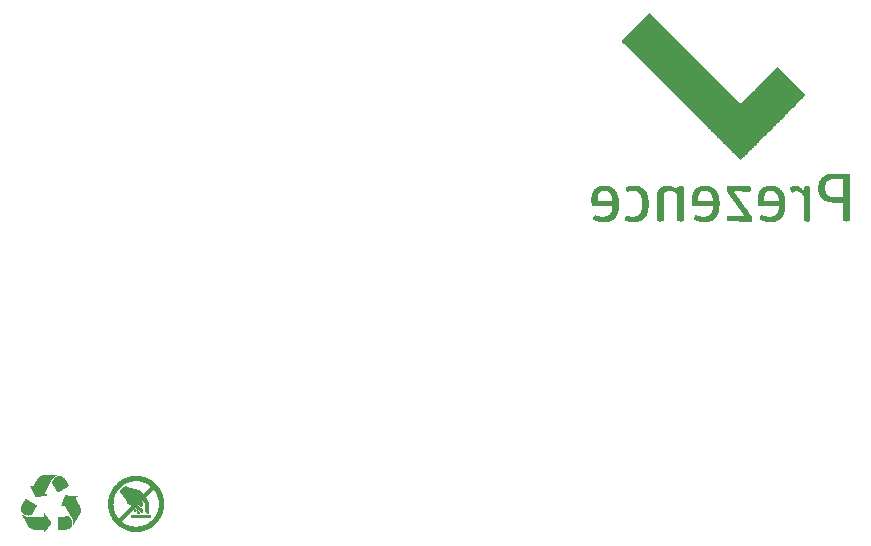
<source format=gbr>
%TF.GenerationSoftware,Altium Limited,Altium Designer,21.4.1 (30)*%
G04 Layer_Color=32896*
%FSLAX45Y45*%
%MOMM*%
%TF.SameCoordinates,B516314B-6D7E-4A12-AF4E-A3036E98B02D*%
%TF.FilePolarity,Positive*%
%TF.FileFunction,Legend,Bot*%
%TF.Part,Single*%
G01*
G75*
G36*
X1211387Y652391D02*
X1212453Y651799D01*
X1212571Y651207D01*
X1212098Y650497D01*
X1210914Y650024D01*
X1209967Y649787D01*
X1207718Y649432D01*
X1206534Y648958D01*
X1205942Y648366D01*
X1204285Y647656D01*
X1202509Y647301D01*
X1200734Y645526D01*
X1199787Y645289D01*
X1198248Y644697D01*
X1197183Y643631D01*
X1196709Y643395D01*
X1195052Y642448D01*
X1194460Y641856D01*
X1194223Y641383D01*
X1193868Y641027D01*
X1191738Y639844D01*
X1190554Y638660D01*
X1189370Y637950D01*
X1187713Y636292D01*
X1187240Y636056D01*
X1185937Y634990D01*
X1185464Y634517D01*
X1185227Y634043D01*
X1184872Y633688D01*
X1184399Y633452D01*
X1183097Y632149D01*
X1182860Y631676D01*
X1182150Y630966D01*
X1181913Y630492D01*
X1178835Y627415D01*
X1178599Y626941D01*
X1177415Y625284D01*
X1176231Y624100D01*
X1175403Y622561D01*
X1174929Y622325D01*
X1173864Y621259D01*
X1172917Y619602D01*
X1171970Y618655D01*
X1170549Y616051D01*
X1169602Y615104D01*
X1168419Y612973D01*
X1167472Y612026D01*
X1166998Y610369D01*
X1166051Y608712D01*
X1165341Y608239D01*
X1164631Y606581D01*
X1163447Y604451D01*
X1162974Y603977D01*
X1161908Y601018D01*
X1161553Y600663D01*
X1161316Y600189D01*
X1160843Y599716D01*
X1160369Y598532D01*
X1160133Y597585D01*
X1159186Y595928D01*
X1158239Y594981D01*
X1157884Y593679D01*
X1157410Y592495D01*
X1157055Y592140D01*
X1156818Y591667D01*
X1156108Y590956D01*
X1155634Y589299D01*
X1154924Y588115D01*
X1154214Y587405D01*
X1153977Y586932D01*
X1153504Y585748D01*
X1153267Y584564D01*
X1152202Y583262D01*
X1151610Y582670D01*
X1151136Y581013D01*
X1150900Y580066D01*
X1149243Y578409D01*
X1148177Y575450D01*
X1147112Y574384D01*
X1146638Y573201D01*
X1146402Y572254D01*
X1145218Y570597D01*
X1144271Y568466D01*
X1143561Y567282D01*
X1142377Y565625D01*
X1142022Y564323D01*
X1141548Y563139D01*
X1140246Y561837D01*
X1139773Y559943D01*
X1138944Y558404D01*
X1138471Y558168D01*
X1138116Y557812D01*
X1137642Y556155D01*
X1137050Y554616D01*
X1135511Y553077D01*
X1135275Y552130D01*
X1134683Y550592D01*
X1134091Y549763D01*
X1133381Y549053D01*
X1132552Y546804D01*
X1131013Y544791D01*
X1130658Y543489D01*
X1129474Y541596D01*
X1129119Y541240D01*
X1128646Y540057D01*
X1128054Y538518D01*
X1127107Y537097D01*
X1126752Y536742D01*
X1126278Y535558D01*
X1125687Y534020D01*
X1125095Y533191D01*
X1124385Y532481D01*
X1123911Y530587D01*
X1123201Y529403D01*
X1122017Y528220D01*
X1121544Y526562D01*
X1120597Y524905D01*
X1119650Y523958D01*
X1119413Y523011D01*
X1118821Y521472D01*
X1118229Y520644D01*
X1117756Y520170D01*
X1117519Y519697D01*
X1117046Y518513D01*
X1116454Y516974D01*
X1115625Y516146D01*
X1115388Y515672D01*
X1114678Y514015D01*
X1113731Y512358D01*
X1113021Y511648D01*
X1112784Y510701D01*
X1112192Y509162D01*
X1111601Y508333D01*
X1110890Y507623D01*
X1110417Y506439D01*
X1110180Y505019D01*
X1109706Y504545D01*
X1109470Y504072D01*
X1109115Y503717D01*
X1108641Y503480D01*
X1108049Y502415D01*
X1107813Y501468D01*
X1107576Y499811D01*
X1107813Y498627D01*
X1108168Y498272D01*
X1109351Y497798D01*
X1110890Y497206D01*
X1112311Y496259D01*
X1112666Y495904D01*
X1113849Y495431D01*
X1115388Y494839D01*
X1116217Y494247D01*
X1116690Y493773D01*
X1117164Y493537D01*
X1117874Y493300D01*
X1119413Y492708D01*
X1120242Y492116D01*
X1120952Y491406D01*
X1122135Y490933D01*
X1123437Y490577D01*
X1124740Y489749D01*
X1125450Y489039D01*
X1127107Y488565D01*
X1128291Y488092D01*
X1129711Y486671D01*
X1131368Y486198D01*
X1133026Y485251D01*
X1134209Y484541D01*
X1136103Y484067D01*
X1137169Y483475D01*
X1137405Y482765D01*
X1136577Y481700D01*
X1134919Y481463D01*
X1128764Y481226D01*
X1128054Y480989D01*
X1126278Y480634D01*
X1124976Y480279D01*
X1122135Y479569D01*
X1119058Y479332D01*
X1114915Y478977D01*
X1113021Y478740D01*
X1110180Y478030D01*
X1108878Y477675D01*
X1107221Y477201D01*
X1101539Y476965D01*
X1100829Y476728D01*
X1097514Y476491D01*
X1096804Y476255D01*
X1094436Y475544D01*
X1092543Y475071D01*
X1088045Y474834D01*
X1086387Y474597D01*
X1083665Y474242D01*
X1080824Y473532D01*
X1079522Y473177D01*
X1077864Y472703D01*
X1075497Y472467D01*
X1069579Y472230D01*
X1068868Y471993D01*
X1066383Y471401D01*
X1065436Y471165D01*
X1064134Y470810D01*
X1063187Y470573D01*
X1060819Y470336D01*
X1056084Y470099D01*
X1055374Y469862D01*
X1052770Y469626D01*
X1052060Y469389D01*
X1050758Y469034D01*
X1048035Y468205D01*
X1043537Y467969D01*
X1042590Y467732D01*
X1039039Y467495D01*
X1038329Y467258D01*
X1036672Y467022D01*
X1035724Y466785D01*
X1034422Y466430D01*
X1032884Y465838D01*
X1030753Y466075D01*
X1030279Y466548D01*
X1029924Y466667D01*
X1029688Y467140D01*
X1028741Y468087D01*
X1028267Y469744D01*
X1028030Y471165D01*
X1026373Y472822D01*
X1026136Y473769D01*
X1025900Y475426D01*
Y475663D01*
X1025189Y476846D01*
X1024243Y477793D01*
X1023887Y479332D01*
X1023650Y480279D01*
X1023177Y481463D01*
X1022112Y482528D01*
X1021638Y484185D01*
X1021283Y485724D01*
X1020336Y487145D01*
X1019981Y487500D01*
X1019507Y488684D01*
X1019271Y489630D01*
X1018679Y491169D01*
X1018087Y491998D01*
X1017140Y493418D01*
X1016903Y495076D01*
X1016430Y496259D01*
X1015246Y497443D01*
X1014773Y498627D01*
X1014418Y500402D01*
X1013589Y501704D01*
X1013116Y502178D01*
X1012642Y503362D01*
X1012287Y504900D01*
X1012050Y505847D01*
X1011458Y506676D01*
X1010985Y507149D01*
X1010275Y508807D01*
X1009919Y510345D01*
X1009091Y511648D01*
X1008144Y513068D01*
X1007789Y514607D01*
X1007552Y515554D01*
X1006723Y516856D01*
X1005776Y518276D01*
X1005540Y519934D01*
X1004593Y521591D01*
X1003883Y522301D01*
X1003409Y523485D01*
X1003054Y525260D01*
X1002699Y526089D01*
X1001752Y527036D01*
X1001278Y528220D01*
X1001042Y529167D01*
X1000687Y530469D01*
X1000095Y531297D01*
X999385Y532007D01*
X998911Y533665D01*
X998674Y534612D01*
X997491Y536742D01*
X996544Y538873D01*
X996307Y540293D01*
X995123Y541951D01*
X994413Y543608D01*
X994176Y544555D01*
X993584Y546094D01*
X992519Y547159D01*
X992046Y548343D01*
X991690Y550118D01*
X990744Y551539D01*
X990151Y552130D01*
X989678Y553788D01*
X989323Y555327D01*
X988731Y556155D01*
X988021Y556865D01*
X987547Y558049D01*
X987311Y559943D01*
X986482Y560772D01*
X986008Y561008D01*
X985653Y561363D01*
X985180Y562784D01*
X985772Y563849D01*
X986719Y564086D01*
X988849Y562902D01*
X989560Y562192D01*
X990033Y561955D01*
X992164Y561008D01*
X993348Y560298D01*
X993821Y559825D01*
X994294Y559588D01*
X995478Y559114D01*
X997017Y558523D01*
X997609Y557931D01*
X998082Y557694D01*
X998556Y557220D01*
X1001160Y556273D01*
X1001634Y555800D01*
X1001989Y555682D01*
X1002107Y555327D01*
X1002580Y555090D01*
X1003764Y554616D01*
X1005303Y554261D01*
X1006250Y554025D01*
X1006368Y553906D01*
X1007434Y554498D01*
X1007907Y555682D01*
X1008499Y557220D01*
X1009801Y558523D01*
X1010275Y560180D01*
X1010511Y560653D01*
X1011103Y561482D01*
X1011577Y561719D01*
X1011932Y562074D01*
X1012405Y563257D01*
X1012997Y564796D01*
X1014299Y566098D01*
X1014773Y567282D01*
X1015720Y568939D01*
X1016430Y569649D01*
X1016903Y570833D01*
X1017140Y572017D01*
X1019034Y573911D01*
X1019271Y574858D01*
X1020455Y576988D01*
X1021165Y577699D01*
X1022112Y580066D01*
X1023177Y581368D01*
X1023769Y582670D01*
X1024716Y584328D01*
X1025900Y585511D01*
X1026255Y587050D01*
X1026610Y587879D01*
X1028030Y589299D01*
X1028504Y590483D01*
X1029451Y592140D01*
X1030161Y592850D01*
X1030634Y594034D01*
X1030871Y594981D01*
X1032529Y596638D01*
X1032765Y597585D01*
X1033357Y599124D01*
X1034659Y600426D01*
X1035133Y601610D01*
X1036316Y603740D01*
X1037027Y604451D01*
X1037500Y605634D01*
X1038447Y607291D01*
X1039394Y608239D01*
X1040104Y610132D01*
X1041170Y611434D01*
X1041761Y612026D01*
X1042827Y614039D01*
X1043300Y614275D01*
X1043655Y614630D01*
X1043892Y615104D01*
X1045076Y617235D01*
X1046023Y618182D01*
X1046970Y619839D01*
X1048035Y620904D01*
X1048390Y621023D01*
X1048627Y621496D01*
X1049692Y622798D01*
X1050758Y623863D01*
X1050994Y624337D01*
X1052178Y625994D01*
X1053125Y626941D01*
X1053362Y627415D01*
X1053835Y627888D01*
X1054072Y628362D01*
X1054901Y629190D01*
X1055256Y629309D01*
X1055492Y629782D01*
X1055966Y630256D01*
X1056203Y630729D01*
X1057031Y631558D01*
X1057505Y631794D01*
X1057860Y632149D01*
X1058097Y632623D01*
X1059399Y633925D01*
X1059872Y634162D01*
X1060464Y634754D01*
X1060701Y635227D01*
X1061529Y636056D01*
X1062003Y636292D01*
X1063660Y637950D01*
X1064134Y638186D01*
X1064607Y638660D01*
X1065080Y638897D01*
X1066501Y640317D01*
X1068158Y641264D01*
X1069815Y642921D01*
X1071473Y643868D01*
X1072183Y644578D01*
X1072656Y644815D01*
X1075260Y646236D01*
X1076444Y647419D01*
X1078338Y647893D01*
X1079995Y648840D01*
X1080705Y649550D01*
X1083546Y650260D01*
X1087098Y651917D01*
X1090412Y652391D01*
X1096331Y652628D01*
X1097041Y652391D01*
X1104735Y652509D01*
X1206179Y652391D01*
X1206889Y652628D01*
X1211387Y652391D01*
D02*
G37*
G36*
X1238376Y645999D02*
X1239086Y645762D01*
X1242164Y645526D01*
X1243821Y645289D01*
X1245597Y644934D01*
X1246780Y644460D01*
X1247135Y644105D01*
X1248319Y643631D01*
X1249266Y643395D01*
X1250805Y643040D01*
X1251752Y642803D01*
X1253054Y641974D01*
X1254475Y641027D01*
X1256013Y640672D01*
X1257197Y640199D01*
X1258026Y639607D01*
X1258499Y639133D01*
X1260630Y638186D01*
X1261103Y637950D01*
X1262050Y637003D01*
X1262524Y636766D01*
X1265128Y635345D01*
X1265720Y634517D01*
X1267732Y633215D01*
X1268679Y632268D01*
X1269152Y632031D01*
X1271283Y630374D01*
X1272230Y629427D01*
X1272704Y629190D01*
X1274834Y627059D01*
X1275308Y626823D01*
X1276136Y625994D01*
X1276373Y625521D01*
X1277202Y624692D01*
X1277675Y624455D01*
X1278267Y623863D01*
X1278504Y623390D01*
X1279096Y622561D01*
X1279569Y622325D01*
X1280398Y621496D01*
X1281345Y619839D01*
X1282055Y619129D01*
X1282292Y618655D01*
X1283712Y616051D01*
X1284659Y615104D01*
X1285133Y613920D01*
X1285724Y612382D01*
X1287263Y610843D01*
X1287855Y609304D01*
X1288684Y608002D01*
X1289157Y607528D01*
X1289867Y605871D01*
X1290578Y604687D01*
X1291761Y603504D01*
X1292590Y601255D01*
X1293892Y599953D01*
X1294365Y598769D01*
X1295313Y597112D01*
X1295786Y596638D01*
X1296023Y596165D01*
X1297443Y593560D01*
X1298627Y592613D01*
X1298864Y591667D01*
X1299456Y590128D01*
X1299811Y589773D01*
X1300047Y589299D01*
X1300758Y588589D01*
X1301231Y587405D01*
X1301468Y586932D01*
X1302533Y585630D01*
X1303125Y585038D01*
X1303480Y583736D01*
X1303835Y582907D01*
X1304190Y582315D01*
X1304664Y582078D01*
X1305492Y581250D01*
X1305729Y580303D01*
X1306321Y578764D01*
X1307623Y577462D01*
X1308215Y575923D01*
X1309399Y574503D01*
X1309754Y574148D01*
X1310582Y571899D01*
X1311766Y570478D01*
X1312358Y569886D01*
X1312713Y568584D01*
X1313305Y567756D01*
X1314370Y566454D01*
X1315317Y564086D01*
X1315673Y563731D01*
X1315909Y562311D01*
X1315080Y561482D01*
X1313778Y561127D01*
X1312950Y560535D01*
X1311766Y559351D01*
X1310582Y558878D01*
X1309635Y558641D01*
X1308333Y557576D01*
X1307742Y556984D01*
X1306558Y556510D01*
X1304901Y555563D01*
X1303480Y554616D01*
X1301941Y554025D01*
X1300403Y552486D01*
X1298035Y551539D01*
X1296851Y550355D01*
X1295194Y549645D01*
X1294721Y549408D01*
X1293419Y548343D01*
X1293063Y547987D01*
X1290815Y547159D01*
X1289039Y545383D01*
X1287500Y545028D01*
X1286672Y544673D01*
X1285488Y543489D01*
X1283831Y542779D01*
X1283357Y542542D01*
X1282055Y541477D01*
X1281700Y541122D01*
X1279806Y540412D01*
X1278977Y539820D01*
X1278741Y539346D01*
X1278386Y538991D01*
X1277202Y538518D01*
X1275663Y537926D01*
X1274361Y536624D01*
X1272822Y536032D01*
X1271520Y535203D01*
X1271046Y534493D01*
X1269863Y534020D01*
X1268916Y533783D01*
X1267732Y533073D01*
X1266548Y531889D01*
X1265364Y531415D01*
X1263707Y530469D01*
X1262997Y529758D01*
X1261814Y529285D01*
X1260630Y528575D01*
X1259683Y527628D01*
X1258499Y527154D01*
X1256960Y526562D01*
X1255658Y525260D01*
X1254475Y524787D01*
X1252817Y523840D01*
X1252107Y523130D01*
X1250923Y522656D01*
X1249740Y521946D01*
X1248319Y520526D01*
X1247372Y520289D01*
X1245833Y519697D01*
X1244768Y518631D01*
X1243111Y517921D01*
X1241927Y517211D01*
X1240980Y516264D01*
X1238731Y515435D01*
X1238258Y515199D01*
X1238021Y514725D01*
X1236956Y513660D01*
X1236008Y513423D01*
X1233878Y512240D01*
X1233168Y511529D01*
X1231274Y510819D01*
X1229972Y509754D01*
X1229617Y509399D01*
X1228433Y508925D01*
X1226776Y507978D01*
X1225592Y506794D01*
X1224290Y506439D01*
X1222988Y505611D01*
X1221804Y504427D01*
X1220857Y504190D01*
X1219673Y504427D01*
X1219081Y505019D01*
X1218845Y505492D01*
X1217543Y506794D01*
X1217424Y506913D01*
X1217188Y507386D01*
X1216714Y508570D01*
X1216004Y509754D01*
X1214820Y511411D01*
X1214583Y512358D01*
X1213518Y513660D01*
X1212689Y514488D01*
X1212334Y515791D01*
X1211979Y516619D01*
X1211624Y517211D01*
X1211150Y517448D01*
X1210559Y518040D01*
X1210085Y519223D01*
X1209138Y520881D01*
X1208428Y521591D01*
X1207481Y523958D01*
X1206889Y524550D01*
X1206416Y524787D01*
X1205824Y525379D01*
X1205350Y527036D01*
X1204640Y528220D01*
X1203930Y528930D01*
X1202509Y531534D01*
X1201799Y532244D01*
X1201089Y533901D01*
X1200260Y535440D01*
X1199787Y535677D01*
X1199432Y536032D01*
X1199195Y536505D01*
X1198722Y537689D01*
X1198011Y538873D01*
X1197064Y539820D01*
X1196117Y542187D01*
X1194697Y543608D01*
X1194223Y544791D01*
X1193632Y546330D01*
X1192330Y547632D01*
X1191856Y548816D01*
X1191619Y549290D01*
X1190554Y550592D01*
X1190199Y550947D01*
X1189370Y553196D01*
X1187595Y554971D01*
X1187240Y556273D01*
X1186885Y557102D01*
X1185701Y558286D01*
X1185227Y559470D01*
X1184280Y561127D01*
X1183925Y561482D01*
X1183452Y561719D01*
X1182860Y563021D01*
X1182505Y564323D01*
X1182150Y564678D01*
X1182031Y565033D01*
X1181558Y565270D01*
X1181203Y565625D01*
X1180966Y566098D01*
X1179546Y568702D01*
X1178835Y569413D01*
X1178362Y570597D01*
X1177533Y572135D01*
X1177060Y572372D01*
X1176231Y573201D01*
X1175876Y574503D01*
X1175047Y575805D01*
X1174101Y577225D01*
X1173508Y578764D01*
X1171970Y580303D01*
X1171141Y582552D01*
X1170549Y583381D01*
X1169839Y583854D01*
X1169602Y584328D01*
X1169129Y585511D01*
X1168655Y587405D01*
X1168892Y588352D01*
X1169721Y590601D01*
X1170313Y591430D01*
X1171023Y592140D01*
X1171733Y594981D01*
X1173390Y597348D01*
X1173627Y598295D01*
X1174219Y599834D01*
X1175403Y601255D01*
X1175994Y602793D01*
X1176349Y604096D01*
X1177888Y605634D01*
X1178362Y607291D01*
X1178835Y608475D01*
X1180256Y609896D01*
X1180966Y611553D01*
X1181203Y612026D01*
X1182387Y613210D01*
X1182860Y614394D01*
X1183570Y615577D01*
X1184991Y616998D01*
X1186174Y619129D01*
X1187358Y620312D01*
X1188305Y621970D01*
X1189489Y623153D01*
X1190317Y624692D01*
X1190791Y624929D01*
X1191619Y625521D01*
X1191856Y625994D01*
X1192921Y627296D01*
X1193395Y627533D01*
X1194223Y628362D01*
X1194460Y628835D01*
X1195289Y629664D01*
X1195762Y629900D01*
X1196354Y630492D01*
X1196591Y630966D01*
X1197183Y631558D01*
X1197656Y631794D01*
X1198958Y632860D01*
X1199195Y633333D01*
X1199550Y633688D01*
X1201681Y634872D01*
X1202628Y635819D01*
X1205232Y637240D01*
X1206179Y638186D01*
X1209020Y638897D01*
X1209848Y639488D01*
X1210085Y639962D01*
X1210440Y640317D01*
X1211624Y640791D01*
X1213163Y641146D01*
X1213518Y641501D01*
X1213991Y641738D01*
X1214938Y642685D01*
X1216832Y643158D01*
X1219318Y643750D01*
X1222277Y645289D01*
X1225355Y645526D01*
X1228078Y645881D01*
X1231274Y646236D01*
X1238376Y645999D01*
D02*
G37*
G36*
X947656Y452817D02*
X949314Y452107D01*
X950971Y451160D01*
X951681Y450450D01*
X953338Y449740D01*
X954522Y449029D01*
X954995Y448556D01*
X955469Y448319D01*
X957126Y447609D01*
X958310Y446899D01*
X959257Y445952D01*
X960914Y445478D01*
X962571Y444531D01*
X963755Y443347D01*
X964702Y443111D01*
X965886Y442637D01*
X967188Y441572D01*
X967543Y441217D01*
X968726Y440743D01*
X970384Y439796D01*
X970857Y439323D01*
X972514Y438613D01*
X973698Y438139D01*
X974527Y437547D01*
X974763Y437074D01*
X975829Y436482D01*
X976776Y436245D01*
X978433Y435298D01*
X979380Y434351D01*
X981629Y433523D01*
X982458Y432931D01*
X983168Y432220D01*
X984351Y431747D01*
X986008Y430800D01*
X986719Y430090D01*
X987903Y429616D01*
X989205Y429261D01*
X990033Y428669D01*
X990388Y428314D01*
X990625Y427841D01*
X991927Y427249D01*
X993466Y426657D01*
X993821Y426302D01*
X994176Y426184D01*
X994413Y425710D01*
X995478Y425118D01*
X997017Y424526D01*
X997846Y423934D01*
X999266Y422987D01*
X1000805Y422396D01*
X1002225Y421212D01*
X1002580Y420857D01*
X1004474Y420383D01*
X1006013Y419555D01*
X1006250Y419081D01*
X1006842Y418489D01*
X1009091Y417661D01*
X1009683Y417306D01*
X1009801Y417187D01*
X1010866Y416122D01*
X1012760Y415412D01*
X1015128Y413755D01*
X1016430Y413399D01*
X1017259Y412808D01*
X1018205Y411861D01*
X1019389Y411387D01*
X1020691Y411032D01*
X1021520Y410440D01*
X1022704Y409256D01*
X1024953Y408428D01*
X1025308Y408073D01*
X1025781Y407836D01*
X1026491Y407126D01*
X1028741Y406297D01*
X1029806Y405232D01*
X1030279Y404995D01*
X1031463Y404522D01*
X1033002Y403930D01*
X1034541Y402391D01*
X1036079Y402036D01*
X1036908Y401681D01*
X1038329Y400260D01*
X1040578Y399432D01*
X1041406Y398840D01*
X1042117Y398130D01*
X1043655Y397538D01*
X1044129Y397064D01*
X1043892Y395644D01*
X1043300Y395052D01*
X1042827Y394815D01*
X1042235Y394223D01*
X1041643Y392685D01*
X1040459Y391264D01*
X1039867Y389962D01*
X1039631Y389015D01*
X1038802Y387713D01*
X1038447Y387595D01*
X1038210Y387121D01*
X1037500Y385464D01*
X1037263Y384517D01*
X1035606Y382860D01*
X1034777Y380611D01*
X1034186Y379782D01*
X1033475Y379072D01*
X1033002Y377888D01*
X1032055Y376231D01*
X1031345Y375521D01*
X1030871Y374337D01*
X1030279Y372798D01*
X1028741Y371259D01*
X1028386Y369720D01*
X1028030Y368892D01*
X1027202Y367827D01*
X1026847Y367708D01*
X1026610Y367235D01*
X1026136Y366051D01*
X1024953Y363920D01*
X1024479Y363447D01*
X1024006Y362263D01*
X1023059Y360606D01*
X1022348Y359896D01*
X1021875Y358712D01*
X1021165Y356818D01*
X1020573Y356226D01*
X1020100Y355989D01*
X1019744Y355634D01*
X1018916Y353385D01*
X1017969Y351965D01*
X1017377Y351373D01*
X1017140Y350426D01*
X1015601Y348177D01*
X1015246Y347822D01*
X1014891Y346520D01*
X1014536Y345691D01*
X1013471Y344389D01*
X1012879Y343797D01*
X1012524Y342258D01*
X1012050Y341075D01*
X1011577Y340601D01*
X1011103Y340364D01*
X1010511Y339772D01*
X1010038Y338115D01*
X1009328Y336932D01*
X1008381Y335985D01*
X1007552Y333736D01*
X1006960Y332907D01*
X1006250Y332197D01*
X1005303Y329593D01*
X1003646Y327935D01*
X1003291Y326160D01*
X1002462Y324858D01*
X1001515Y324148D01*
X1000568Y321543D01*
X999621Y320597D01*
X999385Y320123D01*
X998674Y318466D01*
X997964Y317282D01*
X997017Y316335D01*
X996662Y314796D01*
X996307Y313968D01*
X995478Y313139D01*
X994176Y312784D01*
X992282Y312311D01*
X989678Y312074D01*
X985890Y311600D01*
X969200Y311482D01*
X968490Y311719D01*
X965175Y311955D01*
X964465Y312192D01*
X962453Y312547D01*
X959612Y313021D01*
X957007Y313257D01*
X953693Y313494D01*
X951799Y313731D01*
X950616Y314204D01*
X949314Y314796D01*
X947656Y315270D01*
X944342Y315743D01*
X942093Y316572D01*
X941738Y316927D01*
X941264Y317164D01*
X939607Y317874D01*
X937713Y318111D01*
X934872Y320005D01*
X933925Y320241D01*
X933452Y320478D01*
X932150Y321543D01*
X931321Y322372D01*
X929782Y322964D01*
X929427Y323319D01*
X928954Y323556D01*
X928007Y324503D01*
X926468Y325095D01*
X924929Y326633D01*
X922798Y327817D01*
X921378Y329238D01*
X920904Y329474D01*
X919602Y330540D01*
X918537Y331842D01*
X918063Y332078D01*
X917235Y332907D01*
X916998Y333381D01*
X916406Y334209D01*
X915933Y334446D01*
X915341Y335038D01*
X913920Y337642D01*
X913565Y337997D01*
X913092Y338234D01*
X911435Y341548D01*
X910843Y342140D01*
X910369Y343324D01*
X910133Y344271D01*
X909422Y346165D01*
X908475Y347585D01*
X908002Y349242D01*
X907765Y351610D01*
X907529Y352557D01*
X907173Y354096D01*
X906581Y355634D01*
X906108Y357528D01*
X905753Y359777D01*
X905634Y371733D01*
X905871Y372443D01*
X906226Y373745D01*
X906700Y376586D01*
X907292Y378598D01*
X907529Y379545D01*
X907765Y381202D01*
X908120Y384399D01*
X908357Y385345D01*
X908831Y386529D01*
X909896Y389015D01*
X910251Y391974D01*
X910488Y392921D01*
X911079Y393750D01*
X912027Y395170D01*
X912500Y396828D01*
X913210Y398011D01*
X914157Y398958D01*
X914631Y400615D01*
X915104Y401799D01*
X916761Y403456D01*
X917353Y404995D01*
X918182Y406297D01*
X918892Y407007D01*
X919721Y409256D01*
X920076Y409612D01*
X920313Y410085D01*
X921260Y411032D01*
X921615Y412571D01*
X922443Y413873D01*
X923272Y414465D01*
X923864Y415767D01*
X924219Y417069D01*
X924574Y417424D01*
X924811Y417898D01*
X925521Y418371D01*
X926231Y420028D01*
X927178Y421685D01*
X927888Y422396D01*
X928362Y423579D01*
X928599Y424526D01*
X929072Y425000D01*
X929309Y425473D01*
X930019Y425947D01*
X930492Y427130D01*
X931084Y428669D01*
X931676Y429498D01*
X932623Y430445D01*
X933215Y431984D01*
X934044Y433286D01*
X934991Y434706D01*
X935227Y435653D01*
X935937Y436837D01*
X936885Y437784D01*
X937831Y440388D01*
X939489Y442045D01*
X940317Y444294D01*
X940909Y445123D01*
X941619Y445833D01*
X942211Y447372D01*
X943158Y448792D01*
X943750Y449384D01*
X944223Y451042D01*
X945171Y452699D01*
X946236Y453054D01*
X947656Y452817D01*
D02*
G37*
G36*
X1316856Y303788D02*
X1317093Y303314D01*
X1318277Y301657D01*
X1318987Y300947D01*
X1320171Y298816D01*
X1320881Y298106D01*
X1321118Y297632D01*
X1322064Y295975D01*
X1323485Y294555D01*
X1323958Y293371D01*
X1324905Y291714D01*
X1325852Y290767D01*
X1326444Y289228D01*
X1327273Y287926D01*
X1327983Y287216D01*
X1328812Y284967D01*
X1330114Y283665D01*
X1330587Y282481D01*
X1330942Y280942D01*
X1331297Y280587D01*
X1331534Y280113D01*
X1332481Y279167D01*
X1332955Y277509D01*
X1333546Y275970D01*
X1334138Y275142D01*
X1334848Y274432D01*
X1335085Y273485D01*
X1335322Y271827D01*
X1335914Y270289D01*
X1336506Y269697D01*
X1336743Y269223D01*
X1337453Y267566D01*
X1337808Y265317D01*
X1338281Y264133D01*
X1339347Y262358D01*
X1339820Y259517D01*
X1340175Y256558D01*
X1340412Y255611D01*
X1340886Y254427D01*
X1341122Y253480D01*
X1341359Y252059D01*
X1341596Y249929D01*
X1341714Y244129D01*
X1341477Y243418D01*
X1341241Y236316D01*
X1341004Y235606D01*
X1340293Y232765D01*
X1340057Y230398D01*
X1339820Y229451D01*
X1339583Y227083D01*
X1337689Y223058D01*
X1337216Y220928D01*
X1336150Y219626D01*
X1335795Y219271D01*
X1335322Y218087D01*
X1334138Y215956D01*
X1333428Y215246D01*
X1333191Y214772D01*
X1332007Y213115D01*
X1331061Y212168D01*
X1330824Y211695D01*
X1330350Y211221D01*
X1330114Y210748D01*
X1328101Y208736D01*
X1327628Y208499D01*
X1325734Y206605D01*
X1325260Y206368D01*
X1323366Y204474D01*
X1322183Y203764D01*
X1320762Y202344D01*
X1319223Y201752D01*
X1317803Y200805D01*
X1317211Y200213D01*
X1315673Y199621D01*
X1314844Y199266D01*
X1314134Y198556D01*
X1313660Y198319D01*
X1311530Y197372D01*
X1309991Y196780D01*
X1309635Y196425D01*
X1309162Y196188D01*
X1307505Y195478D01*
X1305611Y195005D01*
X1302060Y193347D01*
X1301113Y193111D01*
X1299456Y192874D01*
X1298508Y192637D01*
X1296970Y192045D01*
X1295668Y191454D01*
X1294010Y190980D01*
X1293063Y190743D01*
X1288447Y190388D01*
X1277793Y190151D01*
X1264536Y189915D01*
X1257434Y189678D01*
X1251515Y189441D01*
X1243703Y189204D01*
X1228551Y188968D01*
X1224053Y188731D01*
X1223224Y188613D01*
X1222514Y188849D01*
X1221567Y189086D01*
X1220739Y189915D01*
X1220502Y200568D01*
X1220265Y201278D01*
X1219910Y218679D01*
X1219673Y227675D01*
X1219436Y235724D01*
X1219318Y250757D01*
Y250994D01*
X1218963Y286624D01*
X1218726Y299171D01*
X1218608Y300947D01*
X1219200Y301775D01*
X1220384Y302249D01*
X1265838Y302486D01*
X1266548Y302722D01*
X1282410Y302959D01*
X1283120Y303196D01*
X1296733Y303551D01*
X1303362Y303788D01*
X1305848Y303906D01*
X1306558Y303669D01*
X1308215Y303906D01*
X1310346Y304143D01*
X1310819Y303906D01*
X1311530Y304143D01*
X1316028Y304380D01*
X1316856Y303788D01*
D02*
G37*
G36*
X1103315Y334091D02*
X1104261Y332434D01*
X1105445Y331250D01*
X1105682Y330776D01*
X1106747Y329474D01*
X1107576Y328646D01*
X1108760Y326515D01*
X1109943Y325331D01*
X1110890Y323674D01*
X1112311Y322254D01*
X1113258Y320597D01*
X1114086Y320005D01*
X1114441Y319649D01*
X1115625Y317519D01*
X1115980Y317164D01*
X1116335Y317045D01*
X1116572Y316572D01*
X1117519Y314915D01*
X1118111Y314086D01*
X1118584Y313849D01*
X1119531Y312429D01*
X1120123Y311600D01*
X1120715Y311008D01*
X1121189Y310772D01*
X1122254Y308759D01*
X1123201Y307812D01*
X1123437Y307339D01*
X1124976Y305090D01*
X1125805Y304261D01*
X1126042Y303788D01*
X1127107Y302486D01*
X1127936Y301894D01*
X1128172Y301420D01*
X1129119Y299763D01*
X1130303Y298579D01*
X1131487Y296449D01*
X1132671Y295265D01*
X1132907Y294791D01*
X1133973Y293489D01*
X1135275Y292187D01*
X1135511Y291477D01*
X1136577Y290175D01*
X1137169Y289583D01*
X1138352Y287453D01*
X1139299Y286505D01*
X1139536Y286032D01*
X1140601Y284493D01*
X1141075Y284256D01*
X1141667Y283665D01*
X1141903Y283191D01*
X1143087Y281534D01*
X1144034Y280587D01*
X1145218Y278456D01*
X1146165Y277509D01*
X1146402Y277036D01*
X1147585Y275379D01*
X1148769Y274195D01*
X1149479Y273011D01*
X1150900Y271591D01*
X1151965Y269578D01*
X1152438Y269342D01*
X1154096Y266738D01*
X1155398Y265435D01*
X1156345Y263778D01*
X1157173Y262950D01*
X1157529Y262831D01*
X1158475Y261174D01*
X1159067Y260345D01*
X1159422Y260227D01*
X1159659Y259754D01*
X1161198Y257505D01*
X1162027Y256676D01*
X1162263Y256202D01*
X1163447Y254545D01*
X1164276Y253954D01*
X1164631Y253598D01*
X1165222Y252059D01*
X1166761Y250521D01*
X1167235Y249337D01*
X1166998Y247916D01*
X1165933Y246614D01*
X1164867Y245549D01*
X1163684Y243418D01*
X1162737Y242471D01*
X1161790Y240814D01*
X1160961Y240222D01*
X1160369Y239630D01*
X1159422Y237973D01*
X1158239Y236790D01*
X1157292Y235132D01*
X1156108Y233949D01*
X1155634Y232765D01*
X1155398Y232291D01*
X1154332Y231226D01*
X1153859Y230989D01*
X1152557Y228977D01*
X1151610Y228030D01*
X1151373Y227557D01*
X1150189Y225899D01*
X1149479Y225189D01*
X1149243Y224716D01*
X1148295Y223058D01*
X1147704Y222467D01*
X1147230Y222230D01*
X1146875Y221875D01*
X1145928Y220218D01*
X1144507Y218797D01*
X1143561Y217140D01*
X1142614Y216193D01*
X1142377Y215720D01*
X1141430Y214062D01*
X1140009Y212642D01*
X1139773Y212168D01*
X1138707Y210866D01*
X1137642Y209801D01*
X1136695Y208144D01*
X1136222Y207670D01*
X1135985Y207197D01*
X1135511Y206723D01*
X1134564Y205066D01*
X1133144Y203646D01*
X1132197Y201988D01*
X1131605Y201397D01*
X1131250Y201278D01*
X1131013Y200805D01*
X1129474Y198556D01*
X1128646Y197727D01*
X1127699Y196070D01*
X1126515Y194886D01*
X1125568Y193229D01*
X1124148Y191809D01*
X1123911Y191335D01*
X1122727Y189678D01*
X1122017Y188968D01*
X1121780Y188494D01*
X1120597Y186837D01*
X1119650Y185890D01*
X1118703Y184233D01*
X1117282Y182812D01*
X1117046Y182339D01*
X1115980Y181037D01*
X1115625Y180682D01*
X1115388Y180208D01*
X1114915Y179735D01*
X1113968Y178077D01*
X1113258Y177367D01*
X1113021Y176894D01*
X1112074Y175237D01*
X1111482Y174645D01*
X1111008Y174408D01*
X1110417Y173816D01*
X1109470Y172159D01*
X1108286Y170975D01*
X1107339Y169318D01*
X1106274Y168016D01*
X1105090Y166122D01*
X1103788Y164820D01*
X1103551Y163873D01*
X1103433Y163518D01*
X1100947Y163636D01*
X1101302Y165885D01*
X1101539Y167069D01*
X1101657Y168608D01*
X1101420Y169318D01*
X1101539Y184588D01*
X1101302Y185535D01*
X1100355Y186482D01*
X1097988Y186719D01*
X1097277Y186482D01*
X1096567Y186719D01*
X1088873Y187311D01*
X1083428Y187547D01*
X1078930Y187784D01*
X1073958Y188021D01*
X1065672Y188257D01*
X1051941Y188494D01*
X1042945Y188731D01*
X1036079Y189204D01*
X1033239Y189678D01*
X1032055Y189915D01*
X1029924Y190151D01*
X1028030Y190388D01*
X1024716Y190625D01*
X1024124Y190743D01*
X1023887D01*
X1020100Y190980D01*
X1019389Y191217D01*
X1017140Y192045D01*
X1016193Y192282D01*
X1013826Y192756D01*
X1011932Y192992D01*
X1009328Y193466D01*
X1008144Y193939D01*
X1005658Y195005D01*
X1004001Y195241D01*
X1001989Y195597D01*
X1000687Y196425D01*
X998556Y197372D01*
X996544Y197727D01*
X995715Y198082D01*
X993584Y199503D01*
X992637Y199740D01*
X991099Y200095D01*
X990270Y200686D01*
X989560Y201397D01*
X989086Y201633D01*
X987903Y202107D01*
X986364Y202699D01*
X985062Y204001D01*
X983878Y204474D01*
X982694Y205185D01*
X981510Y206368D01*
X981037Y206605D01*
X978906Y208262D01*
X978433Y208736D01*
X977959Y208972D01*
X976657Y210038D01*
X975592Y211340D01*
X974053Y212879D01*
X973816Y213826D01*
X972751Y215128D01*
X971686Y216193D01*
X971331Y217732D01*
X970857Y218915D01*
X969792Y219981D01*
X969318Y221165D01*
X968726Y222703D01*
X968134Y223532D01*
X967661Y224005D01*
X966951Y225663D01*
X966714Y226610D01*
X965649Y227912D01*
X965293Y228267D01*
X964702Y229806D01*
X964228Y230989D01*
X963636Y231818D01*
X962926Y233002D01*
X962453Y234185D01*
X962216Y235132D01*
X961743Y235606D01*
X961506Y236079D01*
X960559Y237026D01*
X960322Y237973D01*
X959730Y239512D01*
X959493Y239986D01*
X959020Y240222D01*
X958191Y241051D01*
X957955Y241998D01*
X957600Y243300D01*
X957244Y244129D01*
X956061Y245312D01*
X954995Y248272D01*
X953930Y249337D01*
X953457Y250521D01*
X953220Y251468D01*
X952509Y252651D01*
X952036Y253125D01*
X951799Y253598D01*
X950852Y255729D01*
X950142Y256913D01*
X949669Y257386D01*
X949432Y257860D01*
X948721Y259517D01*
X948248Y260701D01*
X947301Y261648D01*
X947064Y262121D01*
X946591Y263305D01*
X946236Y264607D01*
X945881Y264962D01*
X945762Y265317D01*
X945289Y265554D01*
X944934Y265909D01*
X944460Y267093D01*
X944223Y268040D01*
X943276Y269697D01*
X942566Y270170D01*
X942093Y271354D01*
X941856Y272301D01*
X941383Y273485D01*
X940199Y274668D01*
X939134Y277628D01*
X938305Y278456D01*
X938068Y278930D01*
X937595Y280113D01*
X937003Y281652D01*
X936648Y282007D01*
X936411Y282481D01*
X935701Y283191D01*
X935227Y284375D01*
X934635Y285914D01*
X934044Y286505D01*
X933807Y286979D01*
X931913Y290530D01*
X931203Y291240D01*
X930729Y292424D01*
X930374Y293726D01*
X929782Y294555D01*
X928599Y295739D01*
X927888Y298579D01*
X926468Y300000D01*
X925403Y302959D01*
X924337Y304025D01*
X923864Y305208D01*
X923627Y306155D01*
X922680Y307812D01*
X922206Y308286D01*
X921970Y308759D01*
X921023Y311127D01*
X920313Y311837D01*
X920076Y312311D01*
X917945Y316335D01*
X916761Y317992D01*
X916406Y319294D01*
X915815Y320123D01*
X915341Y320360D01*
X914867Y321543D01*
X915104Y322254D01*
X915459Y322609D01*
X916406Y322372D01*
X916761Y322017D01*
X917472Y320833D01*
X918892Y319886D01*
X919602Y319176D01*
X919839Y318702D01*
X920668Y317874D01*
X921141Y317637D01*
X923035Y315743D01*
X923508Y315506D01*
X924811Y314441D01*
X925403Y313849D01*
X927651Y313021D01*
X928717Y311955D01*
X929190Y311719D01*
X930848Y311008D01*
X932031Y310298D01*
X932742Y309588D01*
X933925Y309114D01*
X935464Y308759D01*
X936648Y308286D01*
X937476Y307694D01*
X939607Y306747D01*
X941501Y306510D01*
X943632Y305090D01*
X945526Y304616D01*
X948721Y304261D01*
X949905Y303788D01*
X951444Y302959D01*
X952391Y302722D01*
X954759Y302486D01*
X955705Y302249D01*
X958902Y301894D01*
X960085Y301657D01*
X962926Y300947D01*
X964347Y300710D01*
X967543Y300355D01*
X969910Y300118D01*
X985062Y299882D01*
X985772Y300118D01*
X1100000Y300000D01*
X1100829Y300355D01*
X1101420Y300947D01*
X1101657Y302604D01*
X1101420Y303314D01*
X1101302Y333972D01*
X1101894Y334801D01*
X1102486Y334919D01*
X1103315Y334091D01*
D02*
G37*
G36*
X1286790Y483475D02*
X1288210Y483239D01*
X1290578Y482765D01*
X1293774Y482410D01*
X1294721Y482173D01*
X1299929Y481936D01*
X1301586Y481700D01*
X1308452Y481463D01*
X1309162Y481226D01*
X1313187Y480516D01*
X1314134Y480279D01*
X1317211Y480042D01*
X1318158Y479806D01*
X1322656Y479569D01*
X1328693Y479214D01*
X1331061Y478977D01*
X1332481Y478740D01*
X1334848Y478267D01*
X1336743Y478030D01*
X1339938Y477675D01*
X1341596Y477438D01*
X1349645Y477201D01*
X1352604Y476846D01*
X1353551Y476610D01*
X1354735Y476373D01*
X1357102Y476136D01*
X1360180Y475663D01*
X1363376Y475308D01*
X1365033Y475071D01*
X1373437Y474716D01*
X1375568Y474479D01*
X1378409Y474005D01*
X1379356Y473769D01*
X1380777Y473532D01*
X1383381Y473295D01*
X1386458Y473058D01*
X1387642Y472822D01*
X1388471Y472230D01*
X1388826Y471638D01*
X1387997Y470573D01*
X1386340Y470099D01*
X1385156Y469389D01*
X1383736Y468442D01*
X1382552Y467969D01*
X1381368Y467258D01*
X1381013Y466903D01*
X1380777Y466430D01*
X1379711Y465838D01*
X1377462Y465009D01*
X1376397Y463944D01*
X1375213Y463470D01*
X1373556Y462524D01*
X1372846Y461813D01*
X1371662Y461340D01*
X1370005Y460393D01*
X1369887Y458617D01*
X1370597Y457907D01*
X1370833Y457434D01*
X1371780Y455303D01*
X1372017Y454829D01*
X1373082Y453527D01*
X1373437Y453172D01*
X1374266Y450923D01*
X1374858Y450095D01*
X1375568Y449384D01*
X1376042Y448201D01*
X1376278Y447254D01*
X1377107Y445952D01*
X1377580Y445715D01*
X1377936Y445360D01*
X1378409Y444176D01*
X1378764Y442637D01*
X1379119Y442282D01*
X1379356Y441809D01*
X1380303Y440862D01*
X1380777Y439678D01*
X1381368Y438139D01*
X1381960Y437547D01*
X1382197Y437074D01*
X1383144Y434943D01*
X1383854Y433759D01*
X1384564Y433049D01*
X1385038Y431865D01*
X1385630Y430327D01*
X1387169Y428788D01*
X1387642Y426894D01*
X1388352Y425710D01*
X1389536Y424526D01*
X1389891Y423224D01*
X1390128Y422277D01*
X1390483Y421922D01*
X1390720Y421449D01*
X1391667Y420502D01*
X1392732Y417542D01*
X1393797Y416477D01*
X1394271Y415293D01*
X1395455Y413163D01*
X1396165Y412453D01*
X1397112Y409848D01*
X1398295Y408665D01*
X1398769Y407481D01*
X1399124Y406179D01*
X1399716Y405350D01*
X1400900Y404167D01*
X1401491Y401444D01*
X1402083Y400615D01*
X1403030Y399668D01*
X1403504Y397774D01*
X1403741Y396591D01*
X1404806Y395289D01*
X1405161Y394934D01*
X1405634Y393276D01*
X1405990Y391738D01*
X1406345Y390909D01*
X1407529Y389252D01*
X1407884Y387950D01*
X1408120Y386529D01*
X1408357Y385582D01*
X1408712Y384754D01*
X1409896Y383097D01*
X1410251Y381084D01*
X1410488Y379190D01*
X1410724Y378243D01*
X1412263Y374811D01*
X1412500Y373863D01*
X1412855Y370431D01*
X1413092Y369247D01*
X1413329Y368300D01*
X1413920Y366761D01*
X1414394Y365104D01*
X1414867Y360369D01*
X1414631Y342850D01*
X1414394Y342140D01*
X1413802Y340601D01*
X1413447Y340246D01*
X1412974Y338589D01*
X1412737Y337642D01*
X1412382Y336103D01*
X1411553Y334801D01*
X1410843Y334091D01*
X1410133Y332434D01*
X1409186Y330776D01*
X1408239Y329829D01*
X1407884Y328291D01*
X1407055Y326988D01*
X1405871Y325805D01*
X1405516Y324266D01*
X1404688Y322964D01*
X1403741Y322017D01*
X1403267Y320833D01*
X1402557Y319649D01*
X1401847Y318939D01*
X1401373Y317756D01*
X1400781Y316217D01*
X1399006Y314441D01*
X1398650Y312902D01*
X1397822Y311600D01*
X1396875Y310653D01*
X1396046Y308404D01*
X1395218Y307576D01*
X1394981Y307102D01*
X1394271Y305445D01*
X1393324Y303788D01*
X1392614Y303314D01*
X1392140Y302130D01*
X1391785Y300828D01*
X1391430Y300473D01*
X1391193Y300000D01*
X1390365Y299408D01*
X1388944Y296567D01*
X1388116Y295739D01*
X1387642Y294555D01*
X1387050Y293016D01*
X1385748Y291714D01*
X1385275Y290530D01*
X1384920Y289228D01*
X1384564Y288873D01*
X1384446Y288518D01*
X1383973Y288281D01*
X1383381Y287689D01*
X1382434Y285322D01*
X1381368Y284020D01*
X1379948Y281179D01*
X1378883Y280113D01*
X1378646Y279167D01*
X1378054Y277628D01*
X1377699Y277272D01*
X1377580Y276917D01*
X1377107Y276681D01*
X1376515Y276089D01*
X1376042Y274905D01*
X1375805Y273958D01*
X1374385Y272538D01*
X1373437Y270170D01*
X1372372Y268868D01*
X1372017Y268513D01*
X1371662Y267211D01*
X1371189Y266027D01*
X1370242Y265080D01*
X1369887Y264962D01*
X1369650Y264488D01*
X1369176Y263305D01*
X1368939Y262358D01*
X1367874Y261056D01*
X1367519Y260701D01*
X1367046Y259517D01*
X1366099Y257860D01*
X1365388Y257149D01*
X1364441Y254782D01*
X1363849Y253954D01*
X1363494Y253835D01*
X1363376Y253717D01*
X1363021Y253362D01*
X1362547Y252178D01*
X1362192Y250876D01*
X1361245Y249692D01*
X1360772Y249455D01*
X1360180Y248153D01*
X1359706Y246970D01*
X1358641Y245668D01*
X1358049Y244365D01*
X1357576Y243182D01*
X1356155Y241761D01*
X1355208Y239157D01*
X1354025Y237973D01*
X1353551Y236790D01*
X1353196Y235251D01*
X1352841Y234896D01*
X1352722Y234541D01*
X1351539Y233830D01*
X1350947Y233239D01*
X1350710Y231581D01*
X1350355Y230989D01*
X1349763Y230871D01*
X1349290Y231344D01*
X1349053Y232765D01*
X1349763Y233949D01*
X1350474Y235606D01*
X1350710Y237973D01*
X1351184Y241288D01*
X1350947Y256676D01*
X1350710Y257386D01*
X1350474Y260227D01*
X1349763Y261884D01*
X1349290Y263068D01*
X1349053Y264015D01*
X1348816Y265672D01*
X1348579Y268040D01*
X1348343Y268987D01*
X1346686Y272538D01*
X1346331Y274787D01*
X1345739Y276326D01*
X1344555Y277983D01*
X1344200Y279995D01*
X1343963Y280942D01*
X1343608Y281771D01*
X1343134Y282244D01*
X1342898Y282718D01*
X1341951Y284848D01*
X1341596Y286150D01*
X1340767Y287453D01*
X1340293Y287926D01*
X1339820Y289110D01*
X1339583Y290057D01*
X1338636Y291714D01*
X1338163Y292187D01*
X1337926Y292661D01*
X1337216Y294318D01*
X1336506Y295502D01*
X1335795Y296212D01*
X1335322Y297396D01*
X1334730Y298934D01*
X1334257Y299408D01*
X1333783Y299645D01*
X1333191Y300237D01*
X1332718Y301420D01*
X1332007Y302604D01*
X1331534Y303077D01*
X1331297Y303551D01*
X1329877Y306155D01*
X1328693Y307339D01*
X1327746Y309943D01*
X1326562Y311127D01*
X1325852Y312784D01*
X1325616Y313257D01*
X1324550Y314559D01*
X1324195Y314915D01*
X1323485Y316809D01*
X1323130Y317400D01*
X1322656Y317637D01*
X1321828Y318466D01*
X1320999Y320715D01*
X1320407Y321543D01*
X1319934Y322017D01*
X1319223Y323674D01*
X1318987Y324148D01*
X1317921Y325450D01*
X1317330Y326042D01*
X1317093Y326988D01*
X1316619Y328172D01*
X1314962Y329829D01*
X1314134Y332078D01*
X1313542Y332907D01*
X1313068Y333381D01*
X1312832Y333854D01*
X1311648Y335985D01*
X1310701Y336932D01*
X1310227Y338115D01*
X1309635Y339654D01*
X1308925Y340364D01*
X1308570Y340483D01*
X1308333Y340956D01*
X1307623Y342613D01*
X1306913Y343797D01*
X1306439Y344271D01*
X1306203Y344744D01*
X1304782Y347348D01*
X1303599Y348532D01*
X1303244Y349834D01*
X1302888Y350663D01*
X1302533Y351255D01*
X1302060Y351491D01*
X1301705Y351846D01*
X1300994Y353504D01*
X1300047Y355161D01*
X1299337Y355871D01*
X1297917Y358475D01*
X1296970Y359422D01*
X1296141Y361671D01*
X1295549Y362500D01*
X1294602Y363447D01*
X1293892Y365341D01*
X1292827Y366643D01*
X1292472Y366998D01*
X1291880Y368537D01*
X1291170Y369720D01*
X1290696Y369957D01*
X1290104Y370549D01*
X1289039Y373508D01*
X1287737Y374811D01*
X1287145Y376349D01*
X1285961Y377770D01*
X1285606Y378125D01*
X1284659Y380729D01*
X1284067Y381321D01*
X1283594Y381558D01*
X1283239Y381913D01*
X1282292Y384517D01*
X1281345Y385464D01*
X1281108Y385937D01*
X1279688Y388542D01*
X1278741Y389488D01*
X1277912Y391738D01*
X1276373Y393276D01*
X1275545Y395525D01*
X1275189Y395881D01*
X1274953Y396354D01*
X1274243Y397064D01*
X1273532Y398721D01*
X1272822Y399905D01*
X1271757Y400260D01*
X1269626Y400024D01*
X1267969Y398840D01*
X1267022Y397893D01*
X1265483Y397301D01*
X1264654Y396709D01*
X1263944Y395999D01*
X1263471Y395762D01*
X1262760Y395525D01*
X1261222Y394934D01*
X1259683Y393395D01*
X1258499Y392921D01*
X1257552Y392685D01*
X1256368Y391501D01*
X1255895Y391264D01*
X1254238Y390554D01*
X1253764Y390317D01*
X1252580Y389133D01*
X1251397Y388660D01*
X1249858Y388068D01*
X1249385Y387595D01*
X1249148Y387121D01*
X1248793Y386766D01*
X1248319Y386529D01*
X1245952Y385582D01*
X1244294Y383925D01*
X1243348Y383688D01*
X1242401Y383925D01*
X1242046Y384280D01*
X1242282Y386648D01*
X1243703Y388068D01*
X1244176Y389962D01*
X1244531Y391264D01*
X1245005Y392448D01*
X1246070Y394223D01*
X1246425Y395762D01*
X1246662Y396946D01*
X1247846Y398840D01*
X1248437Y400142D01*
X1248674Y401089D01*
X1249030Y402391D01*
X1249503Y403575D01*
X1250805Y406060D01*
X1251042Y407718D01*
X1251634Y409256D01*
X1251989Y409612D01*
X1252225Y410085D01*
X1252699Y410558D01*
X1253172Y412216D01*
X1253528Y413991D01*
X1254001Y415175D01*
X1254593Y415767D01*
X1254830Y416240D01*
X1255303Y417424D01*
X1255540Y418371D01*
X1255777Y420028D01*
X1257315Y422277D01*
X1257671Y423343D01*
X1257907Y424290D01*
X1258262Y425828D01*
X1259446Y427722D01*
X1260038Y429261D01*
X1260275Y431155D01*
X1261222Y432812D01*
X1261932Y433523D01*
X1262405Y435180D01*
X1262760Y437192D01*
X1263944Y439086D01*
X1264536Y440625D01*
X1264891Y442400D01*
X1265364Y443584D01*
X1266193Y444413D01*
X1266667Y445597D01*
X1266903Y446543D01*
X1267259Y448319D01*
X1267732Y449503D01*
X1268561Y450331D01*
X1269034Y451988D01*
X1269271Y452935D01*
X1269507Y454356D01*
X1271165Y456723D01*
X1271402Y457670D01*
X1271993Y460156D01*
X1272822Y461458D01*
X1273532Y463115D01*
X1273769Y464773D01*
X1274953Y466903D01*
X1275426Y467377D01*
X1275900Y469034D01*
X1276255Y470573D01*
X1276847Y472112D01*
X1277793Y473532D01*
X1278267Y475189D01*
X1278622Y476965D01*
X1279806Y478859D01*
X1280161Y479214D01*
X1280516Y480753D01*
X1280753Y481936D01*
X1281226Y483120D01*
X1281700Y483594D01*
X1282647Y483830D01*
X1286790Y483475D01*
D02*
G37*
G36*
X1897837Y647356D02*
X1903606Y646875D01*
X1905048Y646394D01*
X1908414Y645913D01*
X1910337Y645433D01*
X1918029Y644952D01*
X1929087Y644471D01*
X1930529Y643990D01*
X1936779Y641106D01*
X1940144Y640625D01*
X1944952Y640144D01*
X1946875Y639663D01*
X1950000Y638462D01*
X1950721Y637740D01*
X1951683Y637260D01*
X1954087Y636298D01*
X1957452Y635817D01*
X1959375Y635337D01*
X1962500Y634135D01*
X1968510Y631490D01*
X1971875Y631010D01*
X1975000Y629808D01*
X1976683Y628606D01*
X1977644Y627644D01*
X1981010Y626683D01*
X1984135Y625481D01*
X1986779Y623798D01*
X1994952Y619471D01*
X1997836Y617548D01*
X2000481Y616827D01*
X2003125Y615144D01*
X2004567Y613702D01*
X2009856Y611779D01*
X2011539Y610096D01*
X2012019Y609135D01*
X2012740Y608413D01*
X2014183Y607933D01*
X2014423Y607692D01*
X2018269Y605288D01*
X2018990Y604567D01*
X2019952Y604086D01*
X2024279Y601683D01*
X2025481Y600000D01*
X2026683Y598798D01*
X2029087Y597356D01*
X2031490Y594952D01*
X2032452Y594471D01*
X2036779Y591106D01*
X2039183Y588702D01*
X2040144Y588221D01*
X2043029Y585336D01*
X2043991Y584856D01*
X2044952Y583894D01*
X2045914Y583413D01*
X2047116Y582211D01*
X2047596Y581250D01*
X2049279Y579567D01*
X2050241Y579086D01*
X2050962Y578365D01*
X2051442Y577404D01*
X2054567Y574279D01*
X2055529Y573798D01*
X2057452Y570914D01*
X2061058Y567308D01*
X2061538Y566346D01*
X2065385Y562500D01*
X2067308Y559135D01*
X2068510Y557933D01*
X2069471Y557452D01*
X2071394Y554567D01*
X2072596Y552885D01*
X2074279Y551683D01*
X2076442Y547596D01*
X2078606Y544952D01*
X2080769Y540384D01*
X2082452Y539183D01*
X2084135Y537500D01*
X2085096Y534135D01*
X2085577Y532212D01*
X2088462Y529327D01*
X2089423Y526923D01*
X2091827Y522596D01*
X2092789Y521634D01*
X2094471Y517067D01*
X2096154Y514423D01*
X2098558Y509135D01*
X2099760Y506010D01*
X2100962Y504327D01*
X2102404Y501923D01*
X2102885Y500000D01*
X2104087Y494471D01*
X2106250Y490865D01*
X2107212Y488462D01*
X2108173Y482692D01*
X2108654Y480769D01*
X2109135Y479808D01*
X2111058Y476923D01*
X2111779Y474279D01*
X2112500Y467788D01*
X2112981Y465865D01*
X2113702Y462740D01*
X2115385Y459615D01*
X2116346Y456250D01*
X2116827Y454327D01*
X2117308Y439423D01*
X2117788Y437981D01*
X2119231Y429808D01*
X2119712Y427885D01*
X2120192Y417308D01*
X2119712Y391827D01*
X2119231Y390385D01*
X2118269Y384615D01*
X2117788Y381250D01*
X2117067Y374279D01*
X2116587Y364183D01*
X2116106Y361779D01*
X2115625Y359856D01*
X2113462Y356250D01*
X2112981Y352884D01*
X2112500Y350961D01*
X2111779Y345433D01*
X2111298Y343510D01*
X2108894Y339663D01*
X2108173Y337019D01*
X2107693Y333654D01*
X2106971Y330529D01*
X2106010Y328125D01*
X2104327Y325000D01*
X2102885Y319231D01*
X2100962Y315865D01*
X2099038Y312981D01*
X2098317Y310336D01*
X2097837Y308413D01*
X2096875Y306010D01*
X2096154Y305288D01*
X2095673Y304327D01*
X2094712Y303365D01*
X2093029Y298798D01*
X2091827Y297115D01*
X2089904Y294231D01*
X2088462Y290384D01*
X2086298Y287740D01*
X2085577Y287019D01*
X2085096Y285096D01*
X2083894Y281971D01*
X2080288Y278365D01*
X2079808Y276923D01*
X2077644Y274279D01*
X2076923Y273557D01*
X2076442Y272596D01*
X2073798Y267548D01*
X2072837Y267067D01*
X2071154Y265385D01*
X2069231Y262019D01*
X2066827Y260096D01*
X2064904Y256731D01*
X2061538Y253365D01*
X2061058Y252404D01*
X2059615Y250961D01*
X2059135Y250000D01*
X2055769Y246635D01*
X2055288Y245673D01*
X2053606Y244471D01*
X2051923Y242788D01*
X2051442Y241827D01*
X2048798Y239183D01*
X2047837Y238702D01*
X2047116Y237981D01*
X2046635Y237019D01*
X2045433Y235817D01*
X2044471Y235336D01*
X2041827Y233173D01*
X2039663Y231009D01*
X2038702Y230529D01*
X2037740Y229567D01*
X2036779Y229086D01*
X2033414Y225721D01*
X2032452Y225240D01*
X2031250Y224519D01*
X2030769Y223558D01*
X2029087Y221875D01*
X2028125Y221394D01*
X2025000Y219231D01*
X2024519Y218269D01*
X2023317Y217067D01*
X2018029Y214183D01*
X2017067Y213221D01*
X2016106Y212740D01*
X2012740Y210817D01*
X2011058Y209134D01*
X2010577Y208173D01*
X2007452Y206971D01*
X2004808Y206250D01*
X2004087Y205529D01*
X2003366Y205288D01*
X2002885Y204327D01*
X2002164Y203606D01*
X2001202Y203125D01*
X1998798Y202163D01*
X1995433Y200240D01*
X1993029Y198798D01*
X1989904Y197596D01*
X1986058Y195192D01*
X1983414Y193990D01*
X1980048Y193029D01*
X1975721Y190625D01*
X1974760Y189663D01*
X1970914Y188702D01*
X1967789Y187981D01*
X1965385Y187019D01*
X1961779Y184856D01*
X1958413Y184375D01*
X1952885Y183173D01*
X1950000Y181250D01*
X1946875Y180048D01*
X1943510Y179567D01*
X1938702Y179087D01*
X1936779Y178606D01*
X1933654Y177404D01*
X1929567Y175721D01*
X1927644Y175240D01*
X1917067Y174760D01*
X1909375Y174279D01*
X1907933Y173798D01*
X1904808Y173077D01*
X1901923Y172596D01*
X1897115Y172115D01*
X1886058Y171634D01*
X1881491Y171394D01*
X1880048Y171875D01*
X1863221Y172356D01*
X1861779Y172836D01*
X1858654Y173558D01*
X1855769Y174038D01*
X1850481Y174519D01*
X1842789Y175000D01*
X1836058Y175481D01*
X1832211Y176923D01*
X1829567Y178125D01*
X1825721Y179087D01*
X1817789Y180288D01*
X1814663Y181490D01*
X1812260Y182933D01*
X1808413Y183894D01*
X1804327Y184615D01*
X1801923Y185577D01*
X1800721Y186779D01*
X1797356Y188221D01*
X1792308Y188942D01*
X1789904Y189904D01*
X1788702Y191106D01*
X1787740Y191586D01*
X1786779Y192548D01*
X1784135Y193269D01*
X1782212Y193750D01*
X1779808Y194711D01*
X1778125Y195913D01*
X1775721Y197356D01*
X1773798Y197837D01*
X1770433Y199760D01*
X1768510Y201683D01*
X1765865Y202404D01*
X1763462Y203365D01*
X1761779Y204567D01*
X1759856Y206490D01*
X1756491Y207452D01*
X1754087Y208894D01*
X1751683Y211298D01*
X1748317Y213221D01*
X1745913Y215625D01*
X1740625Y218510D01*
X1739183Y219952D01*
X1735817Y221875D01*
X1731971Y225721D01*
X1731010Y226202D01*
X1727644Y229567D01*
X1726683Y230048D01*
X1720913Y235817D01*
X1719952Y236298D01*
X1718750Y237981D01*
X1717548Y239183D01*
X1716587Y239663D01*
X1706731Y249519D01*
X1706250Y250481D01*
X1702885Y253846D01*
X1702404Y254808D01*
X1701442Y255769D01*
X1700962Y256731D01*
X1699279Y257933D01*
X1698558Y258654D01*
X1698077Y259615D01*
X1695433Y262260D01*
X1694471Y262740D01*
X1693750Y263461D01*
X1691346Y267788D01*
X1688942Y271154D01*
X1688461Y273077D01*
X1686298Y275721D01*
X1685336Y276202D01*
X1681731Y282692D01*
X1680769Y283654D01*
X1677885Y288942D01*
X1676202Y290144D01*
X1675000Y292788D01*
X1674279Y295913D01*
X1673077Y297596D01*
X1670673Y300000D01*
X1669952Y303125D01*
X1669471Y305048D01*
X1668269Y306731D01*
X1666827Y308173D01*
X1665865Y311538D01*
X1665385Y313461D01*
X1664183Y316586D01*
X1663461Y317308D01*
X1662981Y318269D01*
X1661058Y322596D01*
X1660577Y325962D01*
X1658173Y330288D01*
X1656731Y333654D01*
X1656250Y338461D01*
X1655769Y340385D01*
X1654567Y343510D01*
X1653846Y344231D01*
X1652404Y347596D01*
X1651923Y349519D01*
X1651442Y354327D01*
X1650962Y359615D01*
X1650481Y361058D01*
X1649038Y365865D01*
X1648077Y369711D01*
X1647115Y375481D01*
X1646635Y390865D01*
X1646154Y392308D01*
X1645673Y410096D01*
X1646154Y429327D01*
X1646635Y430769D01*
X1647356Y443510D01*
X1647837Y450240D01*
X1648317Y452163D01*
X1649519Y455288D01*
X1650481Y459134D01*
X1650962Y462500D01*
X1651442Y464423D01*
X1652164Y470433D01*
X1652644Y472836D01*
X1653606Y475240D01*
X1654327Y475961D01*
X1655289Y478365D01*
X1656250Y481731D01*
X1656731Y487019D01*
X1660096Y491827D01*
X1661779Y499279D01*
X1663461Y501923D01*
X1664904Y505288D01*
X1665625Y508414D01*
X1666586Y510817D01*
X1668750Y512981D01*
X1669712Y515385D01*
X1670433Y518510D01*
X1672116Y521154D01*
X1674039Y523077D01*
X1674519Y525000D01*
X1675240Y528125D01*
X1675962Y528846D01*
X1676442Y529808D01*
X1678125Y531010D01*
X1678846Y531731D01*
X1680048Y534856D01*
X1681971Y537740D01*
X1683173Y538942D01*
X1684375Y542067D01*
X1685577Y543750D01*
X1686779Y544952D01*
X1687500Y545192D01*
X1687981Y546154D01*
X1690385Y550481D01*
X1692308Y552404D01*
X1694712Y556731D01*
X1697596Y559615D01*
X1698077Y560577D01*
X1699760Y562259D01*
X1700721Y562740D01*
X1701923Y563942D01*
X1702404Y564904D01*
X1704567Y567548D01*
X1707692Y570673D01*
X1708173Y571635D01*
X1717548Y581010D01*
X1718510Y581490D01*
X1719712Y582692D01*
X1720192Y583654D01*
X1722356Y585817D01*
X1723317Y586298D01*
X1727163Y590144D01*
X1728125Y590625D01*
X1731490Y593990D01*
X1732452Y594471D01*
X1734616Y596635D01*
X1735096Y597596D01*
X1735817Y598317D01*
X1740144Y600721D01*
X1742067Y602644D01*
X1745192Y603846D01*
X1746875Y605048D01*
X1747596Y605769D01*
X1747836Y606490D01*
X1748798Y606971D01*
X1752163Y608894D01*
X1755048Y611779D01*
X1758414Y612740D01*
X1760817Y614183D01*
X1762019Y615385D01*
X1762260Y616106D01*
X1764663Y617067D01*
X1766587Y617548D01*
X1769952Y619471D01*
X1771394Y620913D01*
X1773798Y621875D01*
X1776442Y622596D01*
X1778125Y623798D01*
X1779087Y624759D01*
X1780048Y625240D01*
X1782452Y626202D01*
X1786058Y626923D01*
X1788461Y628365D01*
X1788942Y629327D01*
X1789663Y630048D01*
X1792067Y631010D01*
X1799279Y631971D01*
X1802644Y634375D01*
X1805048Y635337D01*
X1806971Y635817D01*
X1811779Y636298D01*
X1815625Y638702D01*
X1820433Y640144D01*
X1826683Y640625D01*
X1828606Y641106D01*
X1834856Y643990D01*
X1838221Y644471D01*
X1851923Y645192D01*
X1855769Y645673D01*
X1858654Y646154D01*
X1860577Y646634D01*
X1863462Y647115D01*
X1867308Y647596D01*
X1896394Y647836D01*
X1897837Y647356D01*
D02*
G37*
G36*
X6232574Y4565752D02*
X6237318Y4561008D01*
X6237876Y4559892D01*
X6239550Y4558775D01*
X6239829Y4557938D01*
X6240666Y4557659D01*
X6241225Y4556543D01*
X6250434Y4547334D01*
X6251550Y4546776D01*
X6263550Y4534776D01*
X6264108Y4533659D01*
X6276666Y4521102D01*
X6277782Y4520543D01*
X6290340Y4507986D01*
X6290898Y4506869D01*
X6299549Y4498218D01*
X6300665Y4497660D01*
X6317130Y4481196D01*
X6317688Y4480079D01*
X6321316Y4476451D01*
X6322432Y4475893D01*
X6323828Y4473940D01*
X6325223Y4472545D01*
X6326339Y4471986D01*
X6343920Y4454405D01*
X6344478Y4453289D01*
X6348106Y4449661D01*
X6349223Y4449103D01*
X6350618Y4447150D01*
X6352013Y4445754D01*
X6353129Y4445196D01*
X6370710Y4427615D01*
X6371268Y4426499D01*
X6374896Y4422871D01*
X6376013Y4422313D01*
X6377408Y4420359D01*
X6378245Y4419522D01*
X6379361Y4418964D01*
X6393035Y4405290D01*
X6393315Y4404453D01*
X6394152Y4404174D01*
X6394431Y4403337D01*
X6395547Y4402778D01*
X6396384Y4401941D01*
X6396663Y4401104D01*
X6397501Y4400825D01*
X6398059Y4399709D01*
X6401686Y4396081D01*
X6402803Y4395523D01*
X6404198Y4393569D01*
X6405035Y4392732D01*
X6406152Y4392174D01*
X6424849Y4373477D01*
X6425407Y4372360D01*
X6426244Y4371523D01*
X6427361Y4370965D01*
X6451081Y4347245D01*
X6451639Y4346128D01*
X6453592Y4344175D01*
X6454709Y4343617D01*
X6478429Y4319896D01*
X6478987Y4318780D01*
X6479824Y4317943D01*
X6480941Y4317385D01*
X6901769Y3896556D01*
X6902886Y3895998D01*
X6903723Y3895161D01*
X6904281Y3894045D01*
X6928559Y3869766D01*
X6929676Y3869208D01*
X6930513Y3868371D01*
X6931071Y3867254D01*
X6955908Y3842418D01*
X6957024Y3841859D01*
X6958419Y3839906D01*
X6982140Y3816186D01*
X6983256Y3815628D01*
X6984093Y3814790D01*
X6984652Y3813674D01*
X6993023Y3805302D01*
X6993581Y3804186D01*
X6995535Y3802791D01*
X6997209Y3801116D01*
X7000000Y3800000D01*
X7003907Y3800558D01*
X7006977Y3803070D01*
X7016744Y3812837D01*
X7017581Y3813116D01*
X7018139Y3814232D01*
X7024837Y3820930D01*
X7025395Y3822046D01*
X7027348Y3823441D01*
X7029860Y3825953D01*
X7030418Y3827069D01*
X7032371Y3828465D01*
X7043534Y3839627D01*
X7044371Y3839906D01*
X7044929Y3841022D01*
X7057208Y3853301D01*
X7057487Y3854138D01*
X7058603Y3854697D01*
X7065301Y3861394D01*
X7066138Y3861673D01*
X7066696Y3862789D01*
X7066975Y3863068D01*
X7067254Y3863348D01*
X7070324Y3866417D01*
X7071161Y3866696D01*
X7071719Y3867813D01*
X7091533Y3887626D01*
X7092649Y3888184D01*
X7093486Y3889021D01*
X7094044Y3890138D01*
X7097114Y3893207D01*
X7097952Y3893486D01*
X7098510Y3894603D01*
X7110788Y3906881D01*
X7111067Y3907719D01*
X7112184Y3908277D01*
X7118323Y3914416D01*
X7119439Y3914974D01*
X7120277Y3915812D01*
X7120835Y3916928D01*
X7123904Y3919997D01*
X7125021Y3920556D01*
X7126416Y3922509D01*
X7140090Y3936183D01*
X7141206Y3936741D01*
X7142044Y3937579D01*
X7142602Y3938695D01*
X7144555Y3940648D01*
X7145671Y3941206D01*
X7147067Y3942602D01*
X7147625Y3943718D01*
X7150695Y3946788D01*
X7151811Y3947346D01*
X7154601Y3950695D01*
X7166322Y3962415D01*
X7167438Y3962974D01*
X7169392Y3964927D01*
X7169950Y3966043D01*
X7171903Y3967438D01*
X7174415Y3969950D01*
X7174973Y3971066D01*
X7177485Y3973578D01*
X7178601Y3974136D01*
X7181392Y3977485D01*
X7183066Y3979159D01*
X7183903Y3979438D01*
X7184461Y3980554D01*
X7188647Y3984740D01*
X7189484Y3985019D01*
X7190043Y3986136D01*
X7193112Y3989205D01*
X7194228Y3989764D01*
X7195624Y3991159D01*
X7196182Y3992275D01*
X7198135Y3994228D01*
X7199252Y3994787D01*
X7200647Y3996182D01*
X7201205Y3997298D01*
X7204275Y4000368D01*
X7205391Y4000926D01*
X7206786Y4002879D01*
X7209856Y4005949D01*
X7210693Y4006228D01*
X7211252Y4007345D01*
X7214879Y4010972D01*
X7215995Y4011530D01*
X7218786Y4014879D01*
X7221856Y4017391D01*
X7222972Y4018507D01*
X7223530Y4019623D01*
X7224368Y4020461D01*
X7225484Y4021019D01*
X7227437Y4022972D01*
X7227995Y4024088D01*
X7231065Y4027158D01*
X7232181Y4027716D01*
X7233577Y4029670D01*
X7236088Y4032181D01*
X7237204Y4032739D01*
X7239995Y4036088D01*
X7241670Y4037763D01*
X7242786Y4038321D01*
X7243623Y4039158D01*
X7244181Y4040274D01*
X7246134Y4042228D01*
X7247251Y4042786D01*
X7249204Y4044739D01*
X7249762Y4045856D01*
X7251716Y4047809D01*
X7252832Y4048367D01*
X7254227Y4049762D01*
X7254785Y4050879D01*
X7257855Y4053948D01*
X7258692Y4054227D01*
X7259250Y4055344D01*
X7263436Y4059530D01*
X7264553Y4060088D01*
X7265948Y4062041D01*
X7267901Y4063995D01*
X7269018Y4064553D01*
X7270971Y4066506D01*
X7271529Y4067623D01*
X7272366Y4068460D01*
X7273483Y4069018D01*
X7276552Y4072087D01*
X7277111Y4073204D01*
X7278506Y4074599D01*
X7279622Y4075157D01*
X7281017Y4076552D01*
X7281575Y4077669D01*
X7284087Y4080180D01*
X7285203Y4080738D01*
X7286041Y4081576D01*
X7286599Y4082692D01*
X7289668Y4085762D01*
X7290785Y4086320D01*
X7291622Y4087157D01*
X7292180Y4088273D01*
X7294692Y4090785D01*
X7295808Y4091343D01*
X7298319Y4093854D01*
X7298877Y4094971D01*
X7302226Y4097761D01*
X7304738Y4100831D01*
X7305854Y4101947D01*
X7306691Y4102226D01*
X7307250Y4103343D01*
X7308366Y4104459D01*
X7308924Y4105575D01*
X7309761Y4106412D01*
X7313668Y4107528D01*
X7316459Y4105854D01*
X7318412Y4103901D01*
X7318970Y4102785D01*
X7320366Y4101389D01*
X7321482Y4100831D01*
X7322877Y4099436D01*
X7323435Y4098319D01*
X7326505Y4095250D01*
X7327621Y4094692D01*
X7329017Y4092738D01*
X7330970Y4090785D01*
X7332086Y4090227D01*
X7334040Y4088273D01*
X7334598Y4087157D01*
X7335993Y4085762D01*
X7337109Y4085203D01*
X7339621Y4082692D01*
X7340179Y4081576D01*
X7341574Y4080180D01*
X7342691Y4079622D01*
X7344644Y4077669D01*
X7345202Y4076552D01*
X7347156Y4074599D01*
X7348272Y4074041D01*
X7349667Y4072646D01*
X7350225Y4071529D01*
X7352737Y4069018D01*
X7353853Y4068460D01*
X7355248Y4067064D01*
X7355807Y4065948D01*
X7357760Y4063995D01*
X7358876Y4063436D01*
X7361388Y4060925D01*
X7361946Y4059809D01*
X7362783Y4058972D01*
X7363899Y4058413D01*
X7366411Y4055902D01*
X7366969Y4054785D01*
X7368364Y4053390D01*
X7369481Y4052832D01*
X7371434Y4050879D01*
X7371992Y4049762D01*
X7373946Y4047809D01*
X7375062Y4047251D01*
X7376457Y4045856D01*
X7377015Y4044739D01*
X7379527Y4042228D01*
X7380643Y4041670D01*
X7382039Y4040274D01*
X7382597Y4039158D01*
X7383992Y4037763D01*
X7385108Y4037205D01*
X7388178Y4034135D01*
X7388736Y4033019D01*
X7389573Y4032181D01*
X7390690Y4031623D01*
X7393201Y4029112D01*
X7393759Y4027995D01*
X7395155Y4026600D01*
X7396271Y4026042D01*
X7398224Y4024088D01*
X7398783Y4022972D01*
X7400736Y4021019D01*
X7401852Y4020461D01*
X7403248Y4019065D01*
X7403806Y4017949D01*
X7406317Y4015437D01*
X7407433Y4014879D01*
X7408829Y4013484D01*
X7409387Y4012368D01*
X7410782Y4010972D01*
X7411899Y4010414D01*
X7414968Y4007345D01*
X7415526Y4006228D01*
X7416364Y4005391D01*
X7417480Y4004833D01*
X7419433Y4002879D01*
X7419991Y4001763D01*
X7421945Y3999810D01*
X7423061Y3999252D01*
X7425015Y3997298D01*
X7425573Y3996182D01*
X7427526Y3994228D01*
X7428642Y3993670D01*
X7430038Y3992275D01*
X7430596Y3991159D01*
X7432549Y3989205D01*
X7433666Y3988647D01*
X7436177Y3986136D01*
X7436735Y3985019D01*
X7437572Y3984182D01*
X7438689Y3983624D01*
X7441758Y3980554D01*
X7442317Y3979438D01*
X7443712Y3978043D01*
X7444828Y3977485D01*
X7446223Y3976089D01*
X7446782Y3974973D01*
X7448735Y3973020D01*
X7449851Y3972462D01*
X7451246Y3971066D01*
X7451805Y3969950D01*
X7454874Y3966880D01*
X7455991Y3966322D01*
X7456828Y3965485D01*
X7457386Y3964369D01*
X7459339Y3962415D01*
X7460456Y3961857D01*
X7463525Y3958787D01*
X7463804Y3957950D01*
X7464921Y3957392D01*
X7468548Y3953764D01*
X7469107Y3952648D01*
X7470502Y3951253D01*
X7471618Y3950695D01*
X7473014Y3949299D01*
X7473572Y3948183D01*
X7475525Y3946230D01*
X7476641Y3945672D01*
X7478037Y3944276D01*
X7478595Y3943160D01*
X7481664Y3940090D01*
X7482781Y3939532D01*
X7483618Y3938695D01*
X7484176Y3937579D01*
X7485572Y3936183D01*
X7486688Y3935625D01*
X7490315Y3931997D01*
X7490874Y3930881D01*
X7492827Y3929486D01*
X7495339Y3926974D01*
X7495897Y3925858D01*
X7497292Y3924463D01*
X7498408Y3923905D01*
X7500362Y3921951D01*
X7500920Y3920835D01*
X7502873Y3918881D01*
X7503990Y3918323D01*
X7504827Y3917486D01*
X7505385Y3916370D01*
X7507897Y3913858D01*
X7509013Y3913300D01*
X7510966Y3911347D01*
X7511524Y3910230D01*
X7512362Y3909393D01*
X7513478Y3908835D01*
X7517106Y3905207D01*
X7517664Y3904091D01*
X7519617Y3902696D01*
X7521571Y3900742D01*
X7522129Y3899626D01*
X7524082Y3897672D01*
X7525199Y3897114D01*
X7527152Y3895161D01*
X7527710Y3894045D01*
X7529664Y3892091D01*
X7530780Y3891533D01*
X7532175Y3890138D01*
X7532733Y3889021D01*
X7534687Y3887068D01*
X7535803Y3886510D01*
X7538315Y3883998D01*
X7538594Y3883161D01*
X7539710Y3882603D01*
X7543896Y3878417D01*
X7544454Y3877301D01*
X7547803Y3874510D01*
X7548361Y3872277D01*
X7547803Y3867254D01*
X7545291Y3864185D01*
X7541942Y3860836D01*
X7540826Y3860278D01*
X7526594Y3846046D01*
X7526315Y3845208D01*
X7525199Y3844650D01*
X7522687Y3842139D01*
X7522129Y3841022D01*
X7519617Y3838511D01*
X7518501Y3837953D01*
X7517106Y3836557D01*
X7516548Y3835441D01*
X7515152Y3834046D01*
X7514036Y3833488D01*
X7507897Y3827348D01*
X7507059Y3827069D01*
X7506501Y3825953D01*
X7499804Y3819256D01*
X7499525Y3818418D01*
X7498408Y3817860D01*
X7495339Y3814790D01*
X7494781Y3813674D01*
X7493385Y3812279D01*
X7492269Y3811721D01*
X7489757Y3809209D01*
X7489199Y3808093D01*
X7487246Y3806697D01*
X7481106Y3800558D01*
X7480269Y3800279D01*
X7479711Y3799163D01*
X7473572Y3793023D01*
X7473014Y3791907D01*
X7472176Y3791070D01*
X7471060Y3790512D01*
X7468548Y3788000D01*
X7467990Y3786884D01*
X7467153Y3786047D01*
X7466037Y3785489D01*
X7446223Y3765675D01*
X7445665Y3764559D01*
X7443712Y3763163D01*
X7441758Y3761210D01*
X7441200Y3760094D01*
X7440363Y3759257D01*
X7439247Y3758699D01*
X7432549Y3752001D01*
X7431712Y3751722D01*
X7431154Y3750606D01*
X7419991Y3739443D01*
X7419433Y3738327D01*
X7418596Y3737490D01*
X7417480Y3736932D01*
X7414968Y3734420D01*
X7414410Y3733304D01*
X7412457Y3731908D01*
X7406317Y3725769D01*
X7405201Y3725211D01*
X7402410Y3721862D01*
X7400736Y3720188D01*
X7399899Y3719908D01*
X7399341Y3718792D01*
X7393201Y3712653D01*
X7392643Y3711537D01*
X7391806Y3710699D01*
X7390690Y3710141D01*
X7387620Y3707072D01*
X7387341Y3706234D01*
X7386224Y3705676D01*
X7380085Y3699537D01*
X7378969Y3698979D01*
X7378132Y3698142D01*
X7377574Y3697025D01*
X7366969Y3686421D01*
X7366411Y3685305D01*
X7365016Y3683909D01*
X7363899Y3683351D01*
X7353295Y3672747D01*
X7352179Y3672189D01*
X7351342Y3671352D01*
X7350783Y3670235D01*
X7344644Y3664096D01*
X7344086Y3662979D01*
X7342132Y3661584D01*
X7340179Y3659631D01*
X7339621Y3658514D01*
X7338226Y3657119D01*
X7337109Y3656561D01*
X7331528Y3650980D01*
X7330691Y3650701D01*
X7330133Y3649585D01*
X7326505Y3645957D01*
X7325389Y3645399D01*
X7324552Y3644561D01*
X7323993Y3643445D01*
X7317854Y3637306D01*
X7317296Y3636189D01*
X7313947Y3633399D01*
X7312831Y3632283D01*
X7312273Y3631166D01*
X7310319Y3629771D01*
X7304738Y3624190D01*
X7303622Y3623632D01*
X7302784Y3622794D01*
X7302226Y3621678D01*
X7299715Y3619166D01*
X7298599Y3618608D01*
X7297761Y3617771D01*
X7297203Y3616655D01*
X7291064Y3610516D01*
X7290506Y3609399D01*
X7289668Y3608562D01*
X7288552Y3608004D01*
X7286041Y3605492D01*
X7285762Y3604655D01*
X7284645Y3604097D01*
X7277948Y3597399D01*
X7276832Y3596841D01*
X7275994Y3596004D01*
X7275436Y3594888D01*
X7272366Y3591818D01*
X7271250Y3591260D01*
X7268460Y3587911D01*
X7264832Y3584283D01*
X7264274Y3583167D01*
X7263436Y3582330D01*
X7262320Y3581772D01*
X7251158Y3570609D01*
X7250041Y3570051D01*
X7249204Y3569214D01*
X7248646Y3568098D01*
X7238042Y3557493D01*
X7237483Y3556377D01*
X7236646Y3555540D01*
X7235530Y3554982D01*
X7229949Y3549400D01*
X7228832Y3548842D01*
X7227995Y3548005D01*
X7227437Y3546889D01*
X7224926Y3544377D01*
X7223809Y3543819D01*
X7222414Y3542424D01*
X7221856Y3541308D01*
X7203159Y3522610D01*
X7202042Y3522052D01*
X7201205Y3521215D01*
X7200647Y3520099D01*
X7197577Y3517029D01*
X7196461Y3516471D01*
X7195624Y3515634D01*
X7195066Y3514517D01*
X7176368Y3495820D01*
X7175252Y3495262D01*
X7173857Y3493867D01*
X7173299Y3492750D01*
X7170787Y3490239D01*
X7169671Y3489681D01*
X7168275Y3487727D01*
X7154601Y3474053D01*
X7153485Y3473495D01*
X7152090Y3471541D01*
X7150136Y3469588D01*
X7149020Y3469030D01*
X7147067Y3467077D01*
X7146509Y3465960D01*
X7144555Y3464007D01*
X7143439Y3463449D01*
X7142044Y3462053D01*
X7141485Y3460937D01*
X7127811Y3447263D01*
X7126695Y3446705D01*
X7123904Y3443356D01*
X7120835Y3440845D01*
X7118323Y3437775D01*
X7117207Y3436659D01*
X7116091Y3436100D01*
X7115253Y3435263D01*
X7114695Y3434147D01*
X7101579Y3421031D01*
X7100463Y3420473D01*
X7099068Y3419077D01*
X7098510Y3417961D01*
X7096556Y3416008D01*
X7095440Y3415450D01*
X7093486Y3413496D01*
X7092928Y3412380D01*
X7090417Y3409868D01*
X7089301Y3409310D01*
X7087905Y3407357D01*
X7075347Y3394799D01*
X7074231Y3394241D01*
X7071719Y3391729D01*
X7071161Y3390613D01*
X7069766Y3389218D01*
X7068650Y3388659D01*
X7066696Y3386706D01*
X7066138Y3385590D01*
X7063626Y3383078D01*
X7062789Y3382799D01*
X7062231Y3381683D01*
X7052464Y3371916D01*
X7051348Y3371357D01*
X7048557Y3368009D01*
X7047441Y3367451D01*
X7044929Y3364939D01*
X7044371Y3363823D01*
X7042976Y3362428D01*
X7041859Y3361869D01*
X7039906Y3359916D01*
X7039348Y3358800D01*
X7026232Y3345684D01*
X7025116Y3345126D01*
X7024279Y3344288D01*
X7023720Y3343172D01*
X7021209Y3340661D01*
X7020093Y3340102D01*
X7018139Y3338149D01*
X7017581Y3337033D01*
X7016186Y3335637D01*
X7015069Y3335079D01*
X7013116Y3333126D01*
X7012558Y3332010D01*
X7007535Y3326986D01*
X7006977Y3325870D01*
X7003907Y3322800D01*
X7001116Y3321684D01*
X6998884Y3322242D01*
X6997488Y3323637D01*
X6996930Y3324754D01*
X6995535Y3326149D01*
X6994419Y3326707D01*
X6993023Y3328103D01*
X6992465Y3329219D01*
X6979349Y3342335D01*
X6978233Y3342893D01*
X6976279Y3344846D01*
X6975721Y3345963D01*
X6973768Y3347916D01*
X6972652Y3348474D01*
X6971814Y3349312D01*
X6971256Y3350428D01*
X6967628Y3354056D01*
X6966791Y3354335D01*
X6966233Y3355451D01*
X6952559Y3369125D01*
X6951443Y3369683D01*
X6950048Y3371079D01*
X6949489Y3372195D01*
X6946978Y3374706D01*
X6945861Y3375265D01*
X6945024Y3376102D01*
X6944466Y3377218D01*
X6940838Y3380846D01*
X6940001Y3381125D01*
X6939443Y3382241D01*
X6930234Y3391450D01*
X6929118Y3392008D01*
X6927722Y3393962D01*
X6925769Y3395915D01*
X6924653Y3396473D01*
X6923257Y3397869D01*
X6922699Y3398985D01*
X6920188Y3401496D01*
X6919071Y3402055D01*
X6918234Y3402892D01*
X6917676Y3404008D01*
X6904002Y3417682D01*
X6902886Y3418240D01*
X6902048Y3419077D01*
X6901490Y3420194D01*
X6898979Y3422705D01*
X6897863Y3423263D01*
X6896467Y3424659D01*
X6895909Y3425775D01*
X6892839Y3428845D01*
X6891723Y3429403D01*
X6890328Y3431356D01*
X6877770Y3443914D01*
X6876654Y3444472D01*
X6874700Y3446426D01*
X6874142Y3447542D01*
X6871630Y3450054D01*
X6870514Y3450612D01*
X6869677Y3451449D01*
X6869119Y3452565D01*
X6866607Y3455077D01*
X6865491Y3455635D01*
X6864654Y3456472D01*
X6864096Y3457588D01*
X6855445Y3466239D01*
X6854328Y3466797D01*
X6852933Y3468751D01*
X6850980Y3470704D01*
X6849863Y3471263D01*
X6847910Y3473216D01*
X6847352Y3474332D01*
X6844840Y3476844D01*
X6843724Y3477402D01*
X6842329Y3479355D01*
X6839259Y3482425D01*
X6838143Y3482983D01*
X6836747Y3484937D01*
X6824190Y3497494D01*
X6823073Y3498053D01*
X6821120Y3500006D01*
X6820562Y3501122D01*
X6818050Y3503634D01*
X6816934Y3504192D01*
X6816097Y3505029D01*
X6815539Y3506145D01*
X6812469Y3509215D01*
X6811353Y3509773D01*
X6809957Y3511727D01*
X6802423Y3519261D01*
X6801306Y3519820D01*
X6799911Y3521215D01*
X6799353Y3522331D01*
X6797399Y3524285D01*
X6796283Y3524843D01*
X6794888Y3526238D01*
X6794330Y3527354D01*
X6791818Y3529866D01*
X6790702Y3530424D01*
X6789865Y3531261D01*
X6789306Y3532377D01*
X6775632Y3546052D01*
X6774516Y3546610D01*
X6772563Y3548563D01*
X6772004Y3549679D01*
X6770609Y3551075D01*
X6769493Y3551633D01*
X6768098Y3553028D01*
X6767539Y3554145D01*
X6765028Y3556656D01*
X6763912Y3557214D01*
X6762516Y3558610D01*
X6761958Y3559726D01*
X6753307Y3568377D01*
X6752470Y3568656D01*
X6751912Y3569772D01*
X6749400Y3572284D01*
X6748284Y3572842D01*
X6745773Y3575353D01*
X6745214Y3576470D01*
X6743819Y3577865D01*
X6742703Y3578423D01*
X6741308Y3579818D01*
X6740749Y3580935D01*
X6738238Y3583446D01*
X6737122Y3584004D01*
X6735726Y3585400D01*
X6735168Y3586516D01*
X6727075Y3594609D01*
X6725959Y3595167D01*
X6724564Y3596562D01*
X6724006Y3597679D01*
X6722610Y3599074D01*
X6721494Y3599632D01*
X6718982Y3602144D01*
X6718424Y3603260D01*
X6717029Y3604655D01*
X6715913Y3605213D01*
X6713959Y3607167D01*
X6713401Y3608283D01*
X6710890Y3610795D01*
X6709773Y3611353D01*
X6706983Y3614701D01*
X6700843Y3620841D01*
X6699727Y3621399D01*
X6697773Y3623352D01*
X6697215Y3624469D01*
X6695820Y3625864D01*
X6694704Y3626422D01*
X6692192Y3628934D01*
X6691634Y3630050D01*
X6689681Y3632003D01*
X6688564Y3632561D01*
X6687727Y3633399D01*
X6687169Y3634515D01*
X6684099Y3637585D01*
X6682983Y3638143D01*
X6681588Y3640096D01*
X6674053Y3647631D01*
X6672937Y3648189D01*
X6670983Y3650143D01*
X6670425Y3651259D01*
X6669030Y3652654D01*
X6667914Y3653212D01*
X6665960Y3655166D01*
X6665402Y3656282D01*
X6663449Y3658236D01*
X6662332Y3658794D01*
X6660937Y3660189D01*
X6660379Y3661305D01*
X6657867Y3663817D01*
X6656751Y3664375D01*
X6655356Y3665770D01*
X6654798Y3666886D01*
X6651728Y3669956D01*
X6650612Y3670514D01*
X6649216Y3672468D01*
X6647263Y3674421D01*
X6646147Y3674979D01*
X6644193Y3676933D01*
X6643635Y3678049D01*
X6641682Y3680003D01*
X6640565Y3680561D01*
X6639170Y3681956D01*
X6638612Y3683072D01*
X6636659Y3685026D01*
X6635542Y3685584D01*
X6633589Y3687537D01*
X6633031Y3688654D01*
X6630519Y3691165D01*
X6629403Y3691723D01*
X6628008Y3693677D01*
X6625496Y3696188D01*
X6624380Y3696746D01*
X6622426Y3698700D01*
X6621868Y3699816D01*
X6621031Y3700653D01*
X6619915Y3701211D01*
X6617403Y3703723D01*
X6616845Y3704839D01*
X6614892Y3706793D01*
X6613775Y3707351D01*
X6611822Y3709304D01*
X6611264Y3710420D01*
X6609868Y3711816D01*
X6608752Y3712374D01*
X6606799Y3714327D01*
X6606241Y3715444D01*
X6603729Y3717955D01*
X6602613Y3718513D01*
X6601775Y3719350D01*
X6601217Y3720467D01*
X6599264Y3722420D01*
X6598148Y3722978D01*
X6595636Y3725490D01*
X6595078Y3726606D01*
X6593683Y3728001D01*
X6592566Y3728559D01*
X6590613Y3730513D01*
X6590055Y3731629D01*
X6588101Y3733583D01*
X6586985Y3734141D01*
X6585032Y3736094D01*
X6584473Y3737210D01*
X6583078Y3738606D01*
X6581962Y3739164D01*
X6580008Y3741117D01*
X6579450Y3742234D01*
X6576939Y3744745D01*
X6575823Y3745303D01*
X6573032Y3748652D01*
X6569962Y3751164D01*
X6568846Y3752280D01*
X6568288Y3753396D01*
X6566892Y3754792D01*
X6565776Y3755350D01*
X6563823Y3757303D01*
X6563264Y3758419D01*
X6561311Y3760373D01*
X6560195Y3760931D01*
X6558800Y3762326D01*
X6558241Y3763443D01*
X6556288Y3765396D01*
X6555172Y3765954D01*
X6553218Y3767908D01*
X6552660Y3769024D01*
X6550149Y3771536D01*
X6549032Y3772094D01*
X6547637Y3774047D01*
X6545684Y3776001D01*
X6544567Y3776559D01*
X6542056Y3779070D01*
X6541498Y3780186D01*
X6540102Y3781582D01*
X6538986Y3782140D01*
X6537033Y3784093D01*
X6536474Y3785210D01*
X6535079Y3786605D01*
X6533963Y3787163D01*
X6531451Y3789675D01*
X6530893Y3790791D01*
X6529498Y3792186D01*
X6528382Y3792744D01*
X6526428Y3794698D01*
X6525870Y3795814D01*
X6523917Y3797767D01*
X6522800Y3798326D01*
X6520847Y3800279D01*
X6520289Y3801395D01*
X6518893Y3802791D01*
X6517777Y3803349D01*
X6515266Y3805860D01*
X6514708Y3806977D01*
X6513312Y3808372D01*
X6512196Y3808930D01*
X6510243Y3810883D01*
X6509684Y3812000D01*
X6507731Y3813953D01*
X6506615Y3814511D01*
X6504661Y3816465D01*
X6504103Y3817581D01*
X6502150Y3819534D01*
X6501033Y3820093D01*
X6500196Y3820930D01*
X6499638Y3822046D01*
X6497126Y3824558D01*
X6496010Y3825116D01*
X6494057Y3827069D01*
X6493499Y3828185D01*
X6492103Y3829581D01*
X6490987Y3830139D01*
X6488475Y3832650D01*
X6487917Y3833767D01*
X6486522Y3835162D01*
X6485406Y3835720D01*
X6483452Y3837674D01*
X6482894Y3838790D01*
X6481499Y3840185D01*
X6480383Y3840743D01*
X6477871Y3843255D01*
X6477313Y3844371D01*
X6475359Y3846325D01*
X6474243Y3846883D01*
X6473406Y3847720D01*
X6472848Y3848836D01*
X6470894Y3850790D01*
X6469778Y3851348D01*
X6466708Y3854417D01*
X6466150Y3855534D01*
X6465313Y3856371D01*
X6464197Y3856929D01*
X6461685Y3859441D01*
X6461127Y3860557D01*
X6459732Y3861952D01*
X6458615Y3862510D01*
X6456662Y3864464D01*
X6456104Y3865580D01*
X6454709Y3866975D01*
X6453592Y3867534D01*
X6451081Y3870045D01*
X6450523Y3871161D01*
X6448011Y3873673D01*
X6446895Y3874231D01*
X6445500Y3876185D01*
X6444104Y3877580D01*
X6442988Y3878138D01*
X6439918Y3881208D01*
X6439360Y3882324D01*
X6437407Y3883719D01*
X6434895Y3886231D01*
X6434337Y3887347D01*
X6432942Y3888742D01*
X6431825Y3889301D01*
X6429872Y3891254D01*
X6429314Y3892370D01*
X6427919Y3893766D01*
X6426802Y3894324D01*
X6424291Y3896835D01*
X6423733Y3897952D01*
X6421779Y3899905D01*
X6420663Y3900463D01*
X6419826Y3901300D01*
X6419268Y3902417D01*
X6417314Y3904370D01*
X6416198Y3904928D01*
X6413686Y3907440D01*
X6413128Y3908556D01*
X6411733Y3909951D01*
X6410617Y3910509D01*
X6408105Y3913021D01*
X6407547Y3914137D01*
X6406152Y3915532D01*
X6405035Y3916091D01*
X6403082Y3918044D01*
X6402524Y3919160D01*
X6401128Y3920556D01*
X6400012Y3921114D01*
X6397501Y3923625D01*
X6396943Y3924742D01*
X6396105Y3925579D01*
X6394989Y3926137D01*
X6391919Y3929207D01*
X6391361Y3930323D01*
X6389408Y3931718D01*
X6386338Y3934788D01*
X6385780Y3935904D01*
X6383826Y3937299D01*
X6381315Y3939811D01*
X6380757Y3940927D01*
X6379361Y3942323D01*
X6378245Y3942881D01*
X6376292Y3944834D01*
X6375734Y3945950D01*
X6374338Y3947346D01*
X6373222Y3947904D01*
X6370710Y3950416D01*
X6370152Y3951532D01*
X6369315Y3952369D01*
X6368199Y3952927D01*
X6364571Y3956555D01*
X6364292Y3957392D01*
X6363176Y3957950D01*
X6360106Y3961020D01*
X6359548Y3962136D01*
X6358153Y3963532D01*
X6357036Y3964090D01*
X6354525Y3966601D01*
X6353966Y3967717D01*
X6352571Y3969113D01*
X6351455Y3969671D01*
X6349502Y3971625D01*
X6348943Y3972741D01*
X6347548Y3974136D01*
X6346432Y3974694D01*
X6343362Y3977764D01*
X6342804Y3978880D01*
X6340851Y3980276D01*
X6337781Y3983345D01*
X6337502Y3984182D01*
X6336386Y3984740D01*
X6333316Y3987810D01*
X6332758Y3988926D01*
X6331362Y3990322D01*
X6330246Y3990880D01*
X6327735Y3993391D01*
X6327176Y3994508D01*
X6325781Y3995903D01*
X6324665Y3996461D01*
X6322711Y3998415D01*
X6322153Y3999531D01*
X6320758Y4000926D01*
X6319642Y4001484D01*
X6317130Y4003996D01*
X6316572Y4005112D01*
X6314619Y4006507D01*
X6310991Y4010135D01*
X6310712Y4010972D01*
X6309595Y4011530D01*
X6306526Y4014600D01*
X6305968Y4015717D01*
X6304572Y4017112D01*
X6303456Y4017670D01*
X6300944Y4020181D01*
X6300386Y4021298D01*
X6299549Y4022135D01*
X6298433Y4022693D01*
X6295363Y4025763D01*
X6294805Y4026879D01*
X6293968Y4027716D01*
X6292852Y4028274D01*
X6284201Y4036925D01*
X6283642Y4038042D01*
X6281689Y4039437D01*
X6279735Y4041390D01*
X6279177Y4042507D01*
X6278340Y4043344D01*
X6277224Y4043902D01*
X6274154Y4046972D01*
X6273596Y4048088D01*
X6272759Y4048925D01*
X6271643Y4049483D01*
X6268573Y4052553D01*
X6268015Y4053669D01*
X6267178Y4054506D01*
X6266061Y4055065D01*
X6257968Y4063157D01*
X6257410Y4064274D01*
X6256573Y4065111D01*
X6255457Y4065669D01*
X6252945Y4068181D01*
X6252387Y4069297D01*
X6251550Y4070134D01*
X6250434Y4070692D01*
X6247364Y4073762D01*
X6246806Y4074878D01*
X6245411Y4076274D01*
X6244294Y4076832D01*
X6242341Y4078785D01*
X6241783Y4079901D01*
X6240946Y4080738D01*
X6239829Y4081297D01*
X6231178Y4089948D01*
X6230620Y4091064D01*
X6229783Y4091901D01*
X6228667Y4092459D01*
X6226155Y4094971D01*
X6225597Y4096087D01*
X6224760Y4096924D01*
X6223644Y4097482D01*
X6220016Y4101110D01*
X6219458Y4102226D01*
X6217504Y4103622D01*
X6204388Y4116738D01*
X6203830Y4117854D01*
X6202993Y4118691D01*
X6201877Y4119249D01*
X6199365Y4121761D01*
X6198807Y4122877D01*
X6197970Y4123714D01*
X6196853Y4124272D01*
X6193784Y4127342D01*
X6193505Y4128179D01*
X6192668Y4128458D01*
X6192388Y4129296D01*
X6191272Y4129854D01*
X6182063Y4139063D01*
X6181784Y4139900D01*
X6180668Y4140458D01*
X6177598Y4143528D01*
X6177040Y4144644D01*
X6176203Y4145481D01*
X6175086Y4146039D01*
X6172017Y4149109D01*
X6171459Y4150225D01*
X6169505Y4151621D01*
X6166994Y4154132D01*
X6166435Y4155248D01*
X6165598Y4156086D01*
X6164482Y4156644D01*
X6155273Y4165853D01*
X6154994Y4166690D01*
X6153878Y4167248D01*
X6150808Y4170318D01*
X6150250Y4171434D01*
X6148296Y4172830D01*
X6145785Y4175341D01*
X6145227Y4176457D01*
X6144390Y4177295D01*
X6143273Y4177853D01*
X6129041Y4192085D01*
X6128483Y4193201D01*
X6126529Y4194597D01*
X6124018Y4197108D01*
X6123460Y4198225D01*
X6122623Y4199062D01*
X6121506Y4199620D01*
X6118437Y4202690D01*
X6117878Y4203806D01*
X6115925Y4205201D01*
X6102251Y4218875D01*
X6101693Y4219992D01*
X6100855Y4220829D01*
X6099739Y4221387D01*
X6097228Y4223898D01*
X6096670Y4225015D01*
X6094716Y4226410D01*
X6091646Y4229480D01*
X6091088Y4230596D01*
X6089135Y4231991D01*
X6075461Y4245665D01*
X6074903Y4246782D01*
X6072949Y4248177D01*
X6069879Y4251247D01*
X6069600Y4252084D01*
X6068484Y4252642D01*
X6064856Y4256270D01*
X6064577Y4257107D01*
X6063461Y4257665D01*
X6048670Y4272456D01*
X6048112Y4273572D01*
X6046159Y4274967D01*
X6043647Y4277479D01*
X6043089Y4278595D01*
X6041136Y4279990D01*
X6038066Y4283060D01*
X6037787Y4283897D01*
X6036671Y4284455D01*
X6021880Y4299246D01*
X6021322Y4300362D01*
X6019369Y4301757D01*
X6016857Y4304269D01*
X6016299Y4305385D01*
X6014346Y4306780D01*
X6000113Y4321013D01*
X5999555Y4322129D01*
X5997602Y4323524D01*
X5993137Y4327989D01*
X5992299Y4328268D01*
X5991183Y4331059D01*
X5993974Y4334966D01*
X5995927Y4336919D01*
X5997044Y4337477D01*
X5998160Y4338594D01*
X5999276Y4339152D01*
X6000672Y4341105D01*
X6003183Y4343617D01*
X6004299Y4344175D01*
X6005136Y4345012D01*
X6005695Y4346128D01*
X6008206Y4348640D01*
X6009322Y4349198D01*
X6010718Y4350594D01*
X6011276Y4351710D01*
X6013229Y4353663D01*
X6014346Y4354221D01*
X6016299Y4356175D01*
X6016857Y4357291D01*
X6019369Y4359803D01*
X6020206Y4360082D01*
X6020764Y4361198D01*
X6024392Y4364826D01*
X6025508Y4365384D01*
X6026345Y4366221D01*
X6026903Y4367337D01*
X6029973Y4370407D01*
X6031089Y4370965D01*
X6031926Y4371802D01*
X6032485Y4372919D01*
X6034996Y4375430D01*
X6036113Y4375988D01*
X6038066Y4377942D01*
X6038624Y4379058D01*
X6040019Y4380453D01*
X6041136Y4381011D01*
X6042531Y4382407D01*
X6043089Y4383523D01*
X6046159Y4386593D01*
X6047275Y4387151D01*
X6050066Y4390499D01*
X6051182Y4391616D01*
X6052298Y4392174D01*
X6053135Y4393011D01*
X6053694Y4394127D01*
X6056205Y4396639D01*
X6057321Y4397197D01*
X6059275Y4399151D01*
X6059833Y4400267D01*
X6061228Y4401662D01*
X6062344Y4402220D01*
X6064856Y4404732D01*
X6065414Y4405848D01*
X6067368Y4407802D01*
X6068484Y4408360D01*
X6069879Y4410313D01*
X6072949Y4413383D01*
X6074065Y4413941D01*
X6074903Y4414778D01*
X6075461Y4415894D01*
X6077972Y4418406D01*
X6079088Y4418964D01*
X6079926Y4419801D01*
X6080484Y4420917D01*
X6082995Y4423429D01*
X6084112Y4423987D01*
X6086065Y4425941D01*
X6086623Y4427057D01*
X6088019Y4428452D01*
X6089135Y4429010D01*
X6091646Y4431522D01*
X6092204Y4432638D01*
X6094158Y4434592D01*
X6095274Y4435150D01*
X6096670Y4437103D01*
X6099739Y4440173D01*
X6100855Y4440731D01*
X6101693Y4441568D01*
X6102251Y4442685D01*
X6104762Y4445196D01*
X6105879Y4445754D01*
X6107274Y4447150D01*
X6107832Y4448266D01*
X6109786Y4450219D01*
X6110902Y4450777D01*
X6112855Y4452731D01*
X6113413Y4453847D01*
X6114809Y4455243D01*
X6115925Y4455801D01*
X6117878Y4457754D01*
X6118437Y4458870D01*
X6120948Y4461382D01*
X6122064Y4461940D01*
X6122901Y4462777D01*
X6123460Y4463894D01*
X6126529Y4466963D01*
X6127646Y4467521D01*
X6129041Y4469475D01*
X6131552Y4471986D01*
X6132669Y4472545D01*
X6134064Y4473940D01*
X6134622Y4475056D01*
X6136576Y4477010D01*
X6137692Y4477568D01*
X6139645Y4479521D01*
X6140203Y4480637D01*
X6141599Y4482033D01*
X6142715Y4482591D01*
X6144668Y4484544D01*
X6145227Y4485661D01*
X6147738Y4488172D01*
X6148854Y4488730D01*
X6149692Y4489567D01*
X6150250Y4490684D01*
X6153319Y4493753D01*
X6154436Y4494312D01*
X6155831Y4496265D01*
X6158343Y4498776D01*
X6159459Y4499335D01*
X6160854Y4500730D01*
X6161412Y4501846D01*
X6163366Y4503800D01*
X6164482Y4504358D01*
X6166435Y4506311D01*
X6166994Y4507427D01*
X6168389Y4508823D01*
X6169505Y4509381D01*
X6171459Y4511334D01*
X6172017Y4512451D01*
X6174528Y4514962D01*
X6175644Y4515520D01*
X6176482Y4516357D01*
X6177040Y4517474D01*
X6179552Y4519985D01*
X6180668Y4520543D01*
X6182063Y4521939D01*
X6182621Y4523055D01*
X6185133Y4525567D01*
X6186249Y4526125D01*
X6187644Y4527520D01*
X6188203Y4528636D01*
X6190156Y4530590D01*
X6191272Y4531148D01*
X6193226Y4533101D01*
X6193784Y4534217D01*
X6195737Y4536171D01*
X6196853Y4536729D01*
X6198249Y4538125D01*
X6198807Y4539241D01*
X6201319Y4541752D01*
X6202435Y4542310D01*
X6203272Y4543148D01*
X6203830Y4544264D01*
X6206900Y4547334D01*
X6208016Y4547892D01*
X6208853Y4548729D01*
X6209411Y4549845D01*
X6211365Y4551799D01*
X6212481Y4552357D01*
X6214435Y4554310D01*
X6214993Y4555426D01*
X6216388Y4556822D01*
X6217504Y4557380D01*
X6220016Y4559892D01*
X6220574Y4561008D01*
X6223086Y4563519D01*
X6224202Y4564077D01*
X6225597Y4566031D01*
X6226434Y4566868D01*
X6229783Y4567426D01*
X6232574Y4565752D01*
D02*
G37*
G36*
X6895630Y3099549D02*
X7083719Y3098991D01*
X7086231Y3096479D01*
X7087347Y3092014D01*
X7087905Y3069689D01*
X7087347Y3068015D01*
X7086789Y3059643D01*
X7084835Y3056573D01*
X7083719Y3056015D01*
X7080928Y3054899D01*
X7077301Y3054620D01*
X6950326Y3054899D01*
X6948652Y3054341D01*
X6947536Y3053783D01*
X6946699Y3051271D01*
X6947536Y3047643D01*
X6949768Y3044294D01*
X6952838Y3041225D01*
X6955071Y3037318D01*
X6958419Y3033969D01*
X6960652Y3030062D01*
X6963163Y3026992D01*
X6966512Y3021411D01*
X6969582Y3018341D01*
X6971814Y3014435D01*
X6974605Y3011644D01*
X6975163Y3009970D01*
X6975442Y3009690D01*
X6980186Y3003272D01*
X6981861Y3000481D01*
X6984652Y2997691D01*
X6985210Y2996574D01*
X6988279Y2991830D01*
X6989395Y2991272D01*
X6991907Y2987086D01*
X6992465Y2985970D01*
X6994977Y2982900D01*
X6995814Y2982063D01*
X6998046Y2978156D01*
X7001395Y2974807D01*
X7003628Y2970901D01*
X7005302Y2969226D01*
X7005860Y2968110D01*
X7008093Y2964203D01*
X7011442Y2960854D01*
X7012000Y2959738D01*
X7014232Y2955831D01*
X7017581Y2952482D01*
X7019813Y2948576D01*
X7021488Y2946901D01*
X7022046Y2945785D01*
X7025674Y2940483D01*
X7027627Y2938529D01*
X7028185Y2937413D01*
X7030976Y2933506D01*
X7032650Y2931832D01*
X7033208Y2930715D01*
X7035441Y2926808D01*
X7037674Y2924576D01*
X7038232Y2923460D01*
X7040464Y2920111D01*
X7041022Y2918995D01*
X7044371Y2915646D01*
X7046604Y2911739D01*
X7048836Y2909506D01*
X7051627Y2904483D01*
X7054417Y2901693D01*
X7054975Y2900576D01*
X7057766Y2896670D01*
X7059441Y2894995D01*
X7059999Y2893879D01*
X7062231Y2889972D01*
X7065022Y2887181D01*
X7067812Y2882158D01*
X7071161Y2878809D01*
X7073394Y2874903D01*
X7075626Y2872670D01*
X7078417Y2867647D01*
X7080650Y2865414D01*
X7081208Y2864298D01*
X7083440Y2860949D01*
X7083998Y2859833D01*
X7087347Y2856484D01*
X7089579Y2852577D01*
X7091812Y2850345D01*
X7093486Y2846438D01*
X7097393Y2834159D01*
X7097952Y2828578D01*
X7097393Y2812950D01*
X7096835Y2811276D01*
X7095719Y2808485D01*
X7094882Y2804299D01*
X7092928Y2801230D01*
X7090417Y2800392D01*
X6886142Y2800950D01*
X6884746Y2802346D01*
X6884188Y2806253D01*
X6883351Y2817136D01*
X6883072Y2828578D01*
X6883630Y2830252D01*
X6884188Y2840857D01*
X6886421Y2844764D01*
X6887258Y2845601D01*
X6895909Y2845322D01*
X7026232Y2845601D01*
X7027906Y2845043D01*
X7031813Y2845601D01*
X7033208Y2846996D01*
X7033767Y2849787D01*
X7030976Y2853694D01*
X7029302Y2855368D01*
X7028744Y2856484D01*
X7026232Y2859554D01*
X7024837Y2860949D01*
X7022046Y2865972D01*
X7019813Y2868205D01*
X7017023Y2873228D01*
X7013674Y2876577D01*
X7011442Y2880484D01*
X7009209Y2882716D01*
X7008651Y2883833D01*
X7006418Y2887739D01*
X7003628Y2890530D01*
X7003070Y2891646D01*
X7000837Y2895553D01*
X6997488Y2898902D01*
X6995256Y2902809D01*
X6993023Y2905041D01*
X6990233Y2910065D01*
X6987442Y2912855D01*
X6986884Y2913972D01*
X6984093Y2917878D01*
X6982419Y2919553D01*
X6981861Y2920669D01*
X6979628Y2924576D01*
X6978512Y2925692D01*
X6977954Y2926808D01*
X6976279Y2928483D01*
X6974047Y2932390D01*
X6971256Y2935180D01*
X6970698Y2936297D01*
X6967908Y2940203D01*
X6966791Y2941320D01*
X6966233Y2942436D01*
X6964001Y2946343D01*
X6961489Y2949413D01*
X6960094Y2950808D01*
X6957861Y2954715D01*
X6955071Y2957505D01*
X6954512Y2958622D01*
X6948931Y2966436D01*
X6947257Y2969226D01*
X6944466Y2972017D01*
X6941675Y2977040D01*
X6938885Y2979831D01*
X6936652Y2983737D01*
X6934141Y2986807D01*
X6933304Y2987645D01*
X6931071Y2991551D01*
X6928281Y2994342D01*
X6926048Y2998249D01*
X6923536Y3001319D01*
X6922699Y3002156D01*
X6919908Y3007179D01*
X6917118Y3009970D01*
X6914885Y3013876D01*
X6912095Y3016667D01*
X6909304Y3021690D01*
X6907072Y3023923D01*
X6906513Y3025039D01*
X6904281Y3028946D01*
X6903444Y3029783D01*
X6902328Y3030341D01*
X6898421Y3036481D01*
X6896467Y3038434D01*
X6895909Y3039550D01*
X6893677Y3043457D01*
X6890886Y3046248D01*
X6890328Y3047364D01*
X6887537Y3051271D01*
X6886421Y3052387D01*
X6885863Y3053504D01*
X6884746Y3056294D01*
X6884188Y3060201D01*
X6883630Y3070806D01*
X6883072Y3076387D01*
X6883909Y3090061D01*
X6884467Y3096759D01*
X6885304Y3098712D01*
X6888374Y3100107D01*
X6895630Y3099549D01*
D02*
G37*
G36*
X7266785Y3104014D02*
X7274599Y3103456D01*
X7276273Y3102898D01*
X7278506Y3102340D01*
X7287994Y3100665D01*
X7290226Y3100107D01*
X7296366Y3099549D01*
X7298040Y3098991D01*
X7306412Y3095084D01*
X7312273Y3093689D01*
X7315342Y3091735D01*
X7316459Y3090619D01*
X7319249Y3089503D01*
X7322877Y3088108D01*
X7323714Y3087270D01*
X7324552Y3086991D01*
X7325110Y3085875D01*
X7332086Y3081689D01*
X7334877Y3078898D01*
X7337668Y3077224D01*
X7345202Y3069689D01*
X7345760Y3068573D01*
X7349109Y3065224D01*
X7349667Y3064108D01*
X7352458Y3060201D01*
X7354132Y3058527D01*
X7357481Y3052387D01*
X7358597Y3051271D01*
X7359155Y3050155D01*
X7360830Y3046248D01*
X7362225Y3042620D01*
X7364179Y3040667D01*
X7365853Y3036760D01*
X7366690Y3033132D01*
X7367248Y3030899D01*
X7368364Y3028109D01*
X7369202Y3027272D01*
X7370876Y3023365D01*
X7371434Y3021132D01*
X7371992Y3015551D01*
X7372550Y3013318D01*
X7374504Y3008016D01*
X7375899Y3003272D01*
X7376457Y3001039D01*
X7377015Y2992109D01*
X7377574Y2988203D01*
X7378411Y2977319D01*
X7378969Y2972854D01*
X7379806Y2965319D01*
X7380364Y2944668D01*
X7379806Y2934064D01*
X7379248Y2931832D01*
X7378690Y2922901D01*
X7378132Y2921227D01*
X7377295Y2909227D01*
X7376736Y2900297D01*
X7376457Y2897786D01*
Y2897228D01*
X7375899Y2895553D01*
X7374504Y2891925D01*
X7373667Y2889414D01*
X7371992Y2882716D01*
X7371155Y2876856D01*
X7369760Y2873228D01*
X7366969Y2867089D01*
X7365853Y2862624D01*
X7364458Y2858996D01*
X7363062Y2857601D01*
X7362504Y2856484D01*
X7360830Y2852577D01*
X7359434Y2848950D01*
X7356923Y2846438D01*
X7356365Y2845322D01*
X7353574Y2840299D01*
X7351900Y2838624D01*
X7351342Y2837508D01*
X7348272Y2832764D01*
X7347156Y2832206D01*
X7345760Y2830810D01*
X7345202Y2829694D01*
X7337109Y2821601D01*
X7335993Y2821043D01*
X7334040Y2819648D01*
X7333481Y2818532D01*
X7332644Y2817694D01*
X7326505Y2814346D01*
X7323435Y2811834D01*
X7319807Y2810439D01*
X7315901Y2808206D01*
X7312552Y2805974D01*
X7308645Y2805416D01*
X7303343Y2803462D01*
X7302505Y2802625D01*
X7301389Y2802067D01*
X7298599Y2800950D01*
X7294692Y2800392D01*
X7289110Y2799834D01*
X7286878Y2799276D01*
X7280459Y2797881D01*
X7277669Y2797323D01*
X7275436Y2796765D01*
X7272646Y2796206D01*
X7265111Y2795369D01*
X7232739Y2795927D01*
X7231065Y2796486D01*
X7227437Y2797323D01*
X7225205Y2797881D01*
X7222414Y2798439D01*
X7219065Y2798997D01*
X7211530Y2799834D01*
X7205949Y2800392D01*
X7203717Y2800950D01*
X7200647Y2801788D01*
X7194787Y2804299D01*
X7190322Y2805416D01*
X7185577Y2806253D01*
X7179996Y2809601D01*
X7176926Y2810439D01*
X7171624Y2812392D01*
X7169671Y2813788D01*
X7166880Y2815462D01*
X7162973Y2817694D01*
X7162136Y2818532D01*
X7161578Y2820764D01*
X7162415Y2827741D01*
X7162973Y2832764D01*
X7163532Y2836113D01*
X7164648Y2838903D01*
X7166043Y2840299D01*
X7166601Y2841415D01*
X7168275Y2845322D01*
X7169392Y2848112D01*
X7172183Y2850903D01*
X7172741Y2852019D01*
X7173857Y2853136D01*
X7175531Y2855926D01*
X7176368Y2856763D01*
X7178601Y2857321D01*
X7180833Y2856763D01*
X7184182Y2854531D01*
X7189764Y2852856D01*
X7193391Y2851461D01*
X7194228Y2850624D01*
X7198135Y2848950D01*
X7200368Y2848392D01*
X7205670Y2847554D01*
X7210135Y2846438D01*
X7214879Y2844485D01*
X7217112Y2843926D01*
X7222693Y2843368D01*
X7226600Y2842810D01*
X7252832Y2842252D01*
X7254506Y2842810D01*
X7267901Y2843368D01*
X7269576Y2843926D01*
X7273204Y2845322D01*
X7277948Y2847275D01*
X7280180Y2847833D01*
X7283250Y2848670D01*
X7286599Y2850903D01*
X7287994Y2852298D01*
X7291622Y2853694D01*
X7294971Y2856484D01*
X7296366Y2857880D01*
X7297482Y2858438D01*
X7299157Y2860112D01*
X7300273Y2860670D01*
X7301110Y2861507D01*
X7301668Y2862624D01*
X7302784Y2863740D01*
X7303343Y2864856D01*
X7306691Y2868205D01*
X7310040Y2874345D01*
X7311156Y2875461D01*
X7311715Y2876577D01*
X7313389Y2880484D01*
X7314226Y2883554D01*
X7317017Y2888019D01*
X7317854Y2891088D01*
X7318412Y2894995D01*
X7318970Y2897228D01*
X7319807Y2901414D01*
X7321761Y2906158D01*
X7322598Y2909786D01*
X7323156Y2914250D01*
X7323714Y2921506D01*
X7323993Y2927925D01*
X7323435Y2929599D01*
X7321761Y2932390D01*
X7319249Y2933227D01*
X7308645Y2932669D01*
X7160462Y2932948D01*
X7155160Y2932669D01*
X7152369Y2934343D01*
X7150415Y2936297D01*
X7149578Y2939366D01*
X7149020Y2941599D01*
X7148183Y2944668D01*
X7147625Y2946901D01*
X7147067Y2955831D01*
X7145950Y2982063D01*
X7146509Y3012760D01*
X7147067Y3014435D01*
X7147625Y3024481D01*
X7148741Y3027272D01*
X7150415Y3031178D01*
X7151532Y3035085D01*
X7152927Y3041504D01*
X7154322Y3045132D01*
X7156555Y3048480D01*
X7159066Y3055457D01*
X7160462Y3057410D01*
X7161578Y3058527D01*
X7162136Y3059643D01*
X7164927Y3064666D01*
X7167159Y3066899D01*
X7167717Y3068015D01*
X7171345Y3072759D01*
X7172462Y3073317D01*
X7173299Y3074154D01*
X7173857Y3075270D01*
X7174973Y3076387D01*
X7175252Y3077224D01*
X7176368Y3077782D01*
X7179438Y3080294D01*
X7182508Y3083363D01*
X7185299Y3084480D01*
X7188368Y3086991D01*
X7189764Y3088387D01*
X7193391Y3089782D01*
X7195345Y3090619D01*
X7199252Y3093410D01*
X7203159Y3094526D01*
X7205391Y3095084D01*
X7208182Y3096200D01*
X7212089Y3098433D01*
X7216554Y3099549D01*
X7220461Y3100107D01*
X7226879Y3100945D01*
X7231344Y3102061D01*
X7239716Y3103735D01*
X7245855Y3104293D01*
X7265111Y3104572D01*
X7266785Y3104014D01*
D02*
G37*
G36*
X6709773D02*
X6717587Y3103456D01*
X6719261Y3102898D01*
X6721494Y3102340D01*
X6733773Y3100107D01*
X6739354Y3099549D01*
X6742145Y3098433D01*
X6749400Y3095084D01*
X6755261Y3093689D01*
X6757214Y3092294D01*
X6760563Y3090061D01*
X6765865Y3088108D01*
X6768935Y3085038D01*
X6770051Y3084480D01*
X6775074Y3081689D01*
X6778423Y3078340D01*
X6781214Y3076666D01*
X6782051Y3075829D01*
X6782609Y3074712D01*
X6784563Y3072759D01*
X6785679Y3072201D01*
X6787074Y3070806D01*
X6787632Y3069689D01*
X6792097Y3065224D01*
X6794330Y3061317D01*
X6796004Y3059643D01*
X6796562Y3058527D01*
X6797679Y3057410D01*
X6799074Y3053783D01*
X6799911Y3052945D01*
X6800469Y3051829D01*
X6802702Y3049597D01*
X6803260Y3047364D01*
X6804655Y3043736D01*
X6806888Y3040388D01*
X6807725Y3039550D01*
X6810236Y3030341D01*
X6811073Y3028388D01*
X6813306Y3025039D01*
X6814143Y3021411D01*
X6814701Y3016946D01*
X6815259Y3014156D01*
X6815818Y3011923D01*
X6817492Y3007458D01*
X6818887Y3002714D01*
X6819445Y2998807D01*
X6820841Y2981226D01*
X6821399Y2976203D01*
X6821957Y2971738D01*
X6822515Y2961692D01*
X6822794Y2938529D01*
X6822236Y2936855D01*
X6821678Y2924576D01*
X6821120Y2922901D01*
X6819166Y2897507D01*
X6816934Y2891367D01*
X6816097Y2888297D01*
X6814981Y2883833D01*
X6813585Y2875740D01*
X6812469Y2872949D01*
X6810515Y2869321D01*
X6809399Y2865414D01*
X6808841Y2863182D01*
X6807446Y2859554D01*
X6804376Y2855368D01*
X6803539Y2852298D01*
X6802423Y2849508D01*
X6799632Y2846159D01*
X6796004Y2839741D01*
X6794330Y2838066D01*
X6793772Y2836950D01*
X6790981Y2833043D01*
X6787632Y2829694D01*
X6787074Y2828578D01*
X6785121Y2826625D01*
X6784004Y2826066D01*
X6782609Y2824671D01*
X6782051Y2823555D01*
X6780655Y2822159D01*
X6779539Y2821601D01*
X6776470Y2819090D01*
X6774516Y2817136D01*
X6768377Y2813788D01*
X6766702Y2812113D01*
X6762795Y2810439D01*
X6757772Y2807648D01*
X6752749Y2805416D01*
X6748563Y2804578D01*
X6742703Y2801509D01*
X6738238Y2800392D01*
X6731261Y2799555D01*
X6725680Y2798439D01*
X6723447Y2797881D01*
X6715075Y2796206D01*
X6711727Y2795648D01*
X6680751Y2795369D01*
X6679076Y2795927D01*
X6672937Y2796486D01*
X6671263Y2797044D01*
X6668193Y2797881D01*
X6665402Y2798439D01*
X6662053Y2798997D01*
X6657588Y2799555D01*
X6652565Y2800113D01*
X6648100Y2800672D01*
X6645310Y2801230D01*
X6642519Y2802346D01*
X6637775Y2804299D01*
X6633310Y2805416D01*
X6628845Y2805974D01*
X6624938Y2808206D01*
X6619915Y2810439D01*
X6617682Y2810997D01*
X6614892Y2812113D01*
X6613775Y2812671D01*
X6612659Y2813788D01*
X6611543Y2814346D01*
X6606520Y2817136D01*
X6604566Y2819090D01*
X6605124Y2829136D01*
X6605682Y2830810D01*
X6606241Y2836392D01*
X6608473Y2840299D01*
X6609589Y2841415D01*
X6610426Y2843368D01*
X6610706Y2843647D01*
X6611543Y2846717D01*
X6613496Y2849787D01*
X6616287Y2852577D01*
X6617961Y2855368D01*
X6619915Y2857321D01*
X6623822Y2856763D01*
X6624938Y2855647D01*
X6629961Y2853415D01*
X6633031Y2852577D01*
X6635821Y2851461D01*
X6640565Y2848950D01*
X6644472Y2848392D01*
X6646705Y2847833D01*
X6650891Y2846996D01*
X6655356Y2845322D01*
X6660100Y2843926D01*
X6664007Y2843368D01*
X6672937Y2842810D01*
X6693588Y2842252D01*
X6700843Y2842810D01*
X6710890Y2843368D01*
X6712564Y2843926D01*
X6716192Y2845322D01*
X6717029Y2846159D01*
X6719820Y2847275D01*
X6726238Y2848670D01*
X6728192Y2850066D01*
X6729308Y2851182D01*
X6730424Y2851740D01*
X6736563Y2855089D01*
X6739912Y2858438D01*
X6741028Y2858996D01*
X6745214Y2863182D01*
X6745773Y2864298D01*
X6748563Y2867089D01*
X6749121Y2868205D01*
X6750237Y2869321D01*
X6751354Y2872112D01*
X6751912Y2873228D01*
X6754424Y2876298D01*
X6755819Y2879368D01*
X6756377Y2881600D01*
X6757772Y2885228D01*
X6758610Y2886065D01*
X6759168Y2887181D01*
X6760842Y2891088D01*
X6761679Y2896948D01*
X6762237Y2899739D01*
X6762795Y2901972D01*
X6764191Y2905599D01*
X6765307Y2909506D01*
X6765865Y2915088D01*
X6766423Y2918995D01*
X6765865Y2930715D01*
X6764470Y2932669D01*
X6760563Y2933227D01*
X6754982Y2932669D01*
X6603450Y2932948D01*
X6597590Y2932669D01*
X6593962Y2935180D01*
X6592845Y2937971D01*
X6591729Y2941878D01*
X6590613Y2946343D01*
X6590055Y2950250D01*
X6589217Y2967273D01*
X6588659Y2977877D01*
X6588380Y2996574D01*
X6588939Y2998249D01*
X6589497Y3016667D01*
X6590055Y3018341D01*
X6590613Y3025039D01*
X6591729Y3027830D01*
X6593404Y3031737D01*
X6595078Y3038434D01*
X6595915Y3042620D01*
X6600101Y3050713D01*
X6602055Y3056015D01*
X6604008Y3057968D01*
X6604566Y3059085D01*
X6607357Y3064108D01*
X6608473Y3065224D01*
X6609031Y3066341D01*
X6610706Y3068015D01*
X6611264Y3069131D01*
X6613775Y3072201D01*
X6616845Y3075270D01*
X6617403Y3076387D01*
X6618798Y3077782D01*
X6619915Y3078340D01*
X6622426Y3080294D01*
X6622984Y3081410D01*
X6623822Y3082247D01*
X6624938Y3082805D01*
X6628845Y3085038D01*
X6631077Y3087270D01*
X6632193Y3087828D01*
X6639449Y3091735D01*
X6642798Y3093968D01*
X6649216Y3095363D01*
X6655077Y3098433D01*
X6659542Y3099549D01*
X6669309Y3100945D01*
X6671541Y3101503D01*
X6682704Y3103735D01*
X6688843Y3104293D01*
X6708099Y3104572D01*
X6709773Y3104014D01*
D02*
G37*
G36*
X6108111Y3104572D02*
X6118715Y3104014D01*
X6120390Y3103456D01*
X6124018Y3102619D01*
X6126808Y3102061D01*
X6131273Y3100945D01*
X6134064Y3100386D01*
X6139087Y3099828D01*
X6142436Y3099270D01*
X6145227Y3098154D01*
X6149413Y3095642D01*
X6151645Y3095084D01*
X6155273Y3094247D01*
X6158622Y3092572D01*
X6160575Y3091177D01*
X6167831Y3087270D01*
X6170901Y3084759D01*
X6175644Y3082247D01*
X6178993Y3078898D01*
X6180110Y3078340D01*
X6188203Y3070247D01*
X6188761Y3069131D01*
X6192668Y3065224D01*
X6194900Y3061317D01*
X6197133Y3059085D01*
X6200481Y3052945D01*
X6201597Y3051829D01*
X6202156Y3050713D01*
X6203830Y3046806D01*
X6204388Y3044574D01*
X6206900Y3041504D01*
X6208295Y3038434D01*
X6209132Y3034806D01*
X6209690Y3032574D01*
X6210807Y3029783D01*
X6213876Y3023365D01*
X6215272Y3014156D01*
X6216388Y3009690D01*
X6217783Y3006621D01*
X6218899Y3002714D01*
X6219458Y3000481D01*
X6220295Y2987365D01*
X6220853Y2980668D01*
X6221411Y2975087D01*
X6221969Y2970621D01*
X6222527Y2961133D01*
X6222806Y2939087D01*
X6222248Y2937413D01*
X6221690Y2925134D01*
X6221132Y2923460D01*
X6220295Y2912576D01*
X6219737Y2906437D01*
X6219179Y2898623D01*
X6218621Y2895832D01*
X6216946Y2891367D01*
X6215551Y2886623D01*
X6214993Y2884391D01*
X6213597Y2875740D01*
X6211086Y2870996D01*
X6209970Y2868205D01*
X6208853Y2863740D01*
X6207179Y2859275D01*
X6204388Y2855368D01*
X6202156Y2849229D01*
X6201039Y2848112D01*
X6200481Y2846996D01*
X6198807Y2845322D01*
X6197412Y2841694D01*
X6196574Y2840857D01*
X6196016Y2839741D01*
X6193784Y2837508D01*
X6191551Y2833601D01*
X6187644Y2829694D01*
X6187086Y2828578D01*
X6185133Y2826625D01*
X6184017Y2826066D01*
X6182621Y2824671D01*
X6182063Y2823555D01*
X6180110Y2821601D01*
X6178993Y2821043D01*
X6177040Y2819648D01*
X6176482Y2818532D01*
X6175086Y2817136D01*
X6168947Y2813788D01*
X6167273Y2812113D01*
X6164482Y2810997D01*
X6159459Y2808206D01*
X6156668Y2806532D01*
X6153878Y2805416D01*
X6150529Y2804857D01*
X6142157Y2800950D01*
X6139924Y2800392D01*
X6133506Y2799555D01*
X6130157Y2798997D01*
X6127925Y2798439D01*
X6125134Y2797881D01*
X6120669Y2796765D01*
X6117878Y2796206D01*
X6113413Y2795648D01*
X6085228Y2795369D01*
X6083553Y2795927D01*
X6075182Y2796486D01*
X6073507Y2797044D01*
X6066810Y2798160D01*
X6064577Y2798718D01*
X6059275Y2799555D01*
X6053694Y2800113D01*
X6049229Y2800672D01*
X6046996Y2801230D01*
X6042531Y2802904D01*
X6039461Y2804299D01*
X6034996Y2805416D01*
X6030810Y2806253D01*
X6028020Y2807369D01*
X6026624Y2808764D01*
X6025508Y2809323D01*
X6020764Y2812392D01*
X6019648Y2815183D01*
X6021322Y2821880D01*
X6022159Y2829973D01*
X6022717Y2832206D01*
X6024950Y2835554D01*
X6026903Y2840299D01*
X6029694Y2845322D01*
X6034996Y2850624D01*
X6038903Y2850066D01*
X6042810Y2848392D01*
X6048670Y2847554D01*
X6050903Y2846996D01*
X6055368Y2845322D01*
X6060112Y2843926D01*
X6065693Y2843368D01*
X6067926Y2842810D01*
X6095832Y2842252D01*
X6097507Y2842810D01*
X6110344Y2843368D01*
X6112018Y2843926D01*
X6114250Y2844485D01*
X6118715Y2847275D01*
X6123460Y2848112D01*
X6127088Y2849508D01*
X6129320Y2851740D01*
X6135459Y2855089D01*
X6137134Y2856763D01*
X6138250Y2857321D01*
X6140483Y2859554D01*
X6141599Y2860112D01*
X6144110Y2862624D01*
X6144668Y2863740D01*
X6145785Y2864856D01*
X6146343Y2865972D01*
X6149133Y2868763D01*
X6149692Y2869879D01*
X6152482Y2874903D01*
X6154157Y2876577D01*
X6155831Y2880484D01*
X6156389Y2883833D01*
X6158622Y2887739D01*
X6160296Y2891646D01*
X6160854Y2893879D01*
X6162250Y2902530D01*
X6163645Y2906158D01*
X6165319Y2912855D01*
X6165877Y2918437D01*
X6166435Y2927367D01*
X6166715Y2956668D01*
X6166156Y2979552D01*
X6165598Y2986249D01*
X6164482Y2992947D01*
X6162808Y2997412D01*
X6161970Y3000481D01*
X6160854Y3008295D01*
X6160017Y3011365D01*
X6159180Y3013318D01*
X6156389Y3019458D01*
X6154436Y3024760D01*
X6153041Y3026155D01*
X6152482Y3027272D01*
X6149133Y3033411D01*
X6145785Y3036760D01*
X6144110Y3039550D01*
X6142157Y3041504D01*
X6141041Y3042062D01*
X6139645Y3043457D01*
X6139087Y3044574D01*
X6137692Y3045969D01*
X6133785Y3048201D01*
X6131552Y3050434D01*
X6127646Y3052108D01*
X6124576Y3052945D01*
X6121506Y3054899D01*
X6117599Y3056573D01*
X6115367Y3057131D01*
X6106716Y3057968D01*
X6101135Y3059085D01*
X6093879Y3059643D01*
X6085228Y3059922D01*
X6083553Y3059364D01*
X6074623Y3058806D01*
X6072949Y3058248D01*
X6065693Y3057690D01*
X6063461Y3057131D01*
X6055089Y3056573D01*
X6047833Y3053225D01*
X6043926Y3052108D01*
X6039461Y3052666D01*
X6038066Y3054062D01*
X6037508Y3055178D01*
X6036671Y3056573D01*
X6036392Y3056852D01*
X6033601Y3059643D01*
X6031648Y3064945D01*
X6028857Y3069410D01*
X6027462Y3074154D01*
X6026903Y3078061D01*
X6026066Y3084480D01*
X6025787Y3087549D01*
X6026345Y3089224D01*
X6027462Y3092014D01*
X6028857Y3093410D01*
X6031926Y3094247D01*
X6034717Y3094805D01*
X6036950Y3095363D01*
X6039740Y3096479D01*
X6045601Y3098991D01*
X6053415Y3100107D01*
X6060391Y3100945D01*
X6063740Y3101503D01*
X6065972Y3102061D01*
X6076019Y3103735D01*
X6083553Y3104572D01*
X6106437Y3105130D01*
X6108111Y3104572D01*
D02*
G37*
G36*
X5858070Y3104014D02*
X5865883Y3103456D01*
X5867558Y3102898D01*
X5869790Y3102340D01*
X5873418Y3101503D01*
X5876209Y3100945D01*
X5879558Y3100386D01*
X5884581Y3099828D01*
X5887930Y3099270D01*
X5891557Y3097875D01*
X5897697Y3095084D01*
X5901324Y3094247D01*
X5904115Y3093131D01*
X5906069Y3091735D01*
X5908859Y3090061D01*
X5912487Y3088666D01*
X5915557Y3086712D01*
X5917789Y3084480D01*
X5922813Y3081689D01*
X5925045Y3079457D01*
X5926161Y3078898D01*
X5929789Y3076387D01*
X5930347Y3075270D01*
X5933417Y3072201D01*
X5934533Y3071643D01*
X5935928Y3069689D01*
X5938440Y3066619D01*
X5940394Y3064666D01*
X5940952Y3063550D01*
X5943742Y3059643D01*
X5945417Y3057968D01*
X5948766Y3051829D01*
X5950440Y3050155D01*
X5951556Y3047364D01*
X5952393Y3044294D01*
X5954347Y3041225D01*
X5955463Y3040108D01*
X5957137Y3034527D01*
X5957695Y3032295D01*
X5959091Y3028667D01*
X5961603Y3023923D01*
X5962161Y3021690D01*
X5962719Y3017783D01*
X5963556Y3013039D01*
X5964114Y3010807D01*
X5966068Y3006063D01*
X5967184Y3002156D01*
X5967742Y2994900D01*
X5968300Y2989319D01*
X5969137Y2978994D01*
X5969695Y2974528D01*
X5970532Y2966994D01*
X5971091Y2946343D01*
X5970253Y2929878D01*
X5969416Y2922343D01*
X5968858Y2918437D01*
X5968021Y2907553D01*
X5967463Y2898623D01*
X5966905Y2895832D01*
X5965509Y2892205D01*
X5964393Y2889414D01*
X5963556Y2885786D01*
X5962998Y2882996D01*
X5961881Y2876298D01*
X5960765Y2873507D01*
X5957695Y2867089D01*
X5957137Y2863740D01*
X5956579Y2862066D01*
X5955463Y2859275D01*
X5952672Y2855368D01*
X5950440Y2849229D01*
X5948207Y2846996D01*
X5947649Y2845880D01*
X5944859Y2840857D01*
X5942347Y2837787D01*
X5939277Y2833043D01*
X5937882Y2831648D01*
X5937045Y2831368D01*
X5936487Y2830252D01*
X5935370Y2829136D01*
X5934812Y2828020D01*
X5933975Y2827183D01*
X5932859Y2826625D01*
X5927836Y2821601D01*
X5926719Y2821043D01*
X5922813Y2817136D01*
X5920022Y2816020D01*
X5917231Y2814346D01*
X5914999Y2812113D01*
X5909417Y2809881D01*
X5908301Y2809323D01*
X5904394Y2806532D01*
X5900487Y2805416D01*
X5896860Y2804578D01*
X5894906Y2803741D01*
X5891557Y2801509D01*
X5887930Y2800672D01*
X5878999Y2799555D01*
X5876209Y2798997D01*
X5873976Y2798439D01*
X5868395Y2797323D01*
X5866163Y2796765D01*
X5863372Y2796206D01*
X5855837Y2795369D01*
X5824024Y2795927D01*
X5822350Y2796486D01*
X5818164Y2797323D01*
X5815931Y2797881D01*
X5815652Y2798160D01*
X5810350Y2798997D01*
X5805885Y2799555D01*
X5800862Y2800113D01*
X5796397Y2800672D01*
X5793606Y2801230D01*
X5789141Y2802904D01*
X5786071Y2804299D01*
X5783839Y2804857D01*
X5779932Y2805416D01*
X5775467Y2806532D01*
X5771560Y2809323D01*
X5765979Y2810997D01*
X5762351Y2812392D01*
X5761513Y2813229D01*
X5760397Y2813788D01*
X5759281Y2814904D01*
X5756490Y2816020D01*
X5755374Y2816578D01*
X5753421Y2817974D01*
X5752304Y2820764D01*
X5753142Y2826625D01*
X5753700Y2831090D01*
X5754816Y2837229D01*
X5756769Y2840299D01*
X5759002Y2845322D01*
X5761234Y2849229D01*
X5763467Y2851461D01*
X5764025Y2852577D01*
X5767095Y2856763D01*
X5769327Y2857321D01*
X5771560Y2856763D01*
X5776025Y2853973D01*
X5779653Y2853136D01*
X5784118Y2851461D01*
X5788304Y2848950D01*
X5792211Y2848392D01*
X5794443Y2847833D01*
X5799187Y2846996D01*
X5801978Y2845880D01*
X5808396Y2843926D01*
X5812303Y2843368D01*
X5821233Y2842810D01*
X5841884Y2842252D01*
X5847465Y2842810D01*
X5859186Y2843368D01*
X5860860Y2843926D01*
X5868116Y2847275D01*
X5873976Y2848670D01*
X5877046Y2850624D01*
X5878162Y2851740D01*
X5885418Y2855647D01*
X5888767Y2858996D01*
X5889883Y2859554D01*
X5892395Y2862066D01*
X5892953Y2863182D01*
X5894627Y2864856D01*
X5895185Y2865972D01*
X5897976Y2868763D01*
X5901324Y2874903D01*
X5902999Y2876577D01*
X5904115Y2880484D01*
X5905790Y2884949D01*
X5908022Y2888297D01*
X5909138Y2892763D01*
X5909975Y2898065D01*
X5910534Y2900856D01*
X5912766Y2906437D01*
X5913324Y2909227D01*
X5913883Y2912576D01*
X5914441Y2919274D01*
X5914720Y2929041D01*
X5913045Y2931832D01*
X5912208Y2932669D01*
X5909975Y2933227D01*
X5901046Y2932669D01*
X5751188Y2932948D01*
X5745886Y2932669D01*
X5741979Y2935459D01*
X5740584Y2939087D01*
X5738351Y2948017D01*
X5737793Y2961970D01*
X5737235Y2965877D01*
X5736677Y2991551D01*
X5737514Y3010248D01*
X5738072Y3019737D01*
X5739188Y3025876D01*
X5741421Y3031457D01*
X5742258Y3034527D01*
X5742816Y3036760D01*
X5744212Y3043178D01*
X5747002Y3047643D01*
X5748397Y3051271D01*
X5748955Y3053504D01*
X5751188Y3057410D01*
X5752863Y3059085D01*
X5756211Y3065224D01*
X5758444Y3067457D01*
X5759002Y3068573D01*
X5761513Y3072201D01*
X5762630Y3072759D01*
X5764583Y3074712D01*
X5765141Y3075829D01*
X5767653Y3078340D01*
X5768769Y3078898D01*
X5772676Y3082805D01*
X5777699Y3085596D01*
X5779932Y3087828D01*
X5783839Y3089503D01*
X5787746Y3091735D01*
X5788862Y3092852D01*
X5791652Y3093968D01*
X5793885Y3094526D01*
X5796955Y3095363D01*
X5799745Y3096479D01*
X5800583Y3097317D01*
X5804489Y3098991D01*
X5808396Y3099549D01*
X5810629Y3100107D01*
X5817605Y3100945D01*
X5819838Y3101503D01*
X5822628Y3102061D01*
X5824861Y3102619D01*
X5827652Y3103177D01*
X5831001Y3103735D01*
X5836582Y3104293D01*
X5856395Y3104572D01*
X5858070Y3104014D01*
D02*
G37*
G36*
X7926772Y3204756D02*
X7927330Y3201408D01*
X7926772Y3199733D01*
Y2871554D01*
Y2870996D01*
X7926214Y2806811D01*
X7924260Y2804857D01*
X7920353Y2803183D01*
X7913656Y2801509D01*
X7909749Y2800950D01*
X7893005Y2800392D01*
X7891331Y2800950D01*
X7883517Y2801509D01*
X7881843Y2802067D01*
X7878773Y2802904D01*
X7876540Y2803462D01*
X7872075Y2805137D01*
X7870401Y2809043D01*
X7870680Y2957226D01*
X7870122Y2959459D01*
X7868447Y2961133D01*
X7864261Y2961412D01*
X7773566Y2961133D01*
X7771891Y2961692D01*
X7761287Y2962250D01*
X7759612Y2962808D01*
X7753194Y2964203D01*
X7750961Y2964761D01*
X7745380Y2965877D01*
X7739799Y2966436D01*
X7737008Y2966994D01*
X7727799Y2971180D01*
X7724171Y2972017D01*
X7720543Y2973412D01*
X7719427Y2974528D01*
X7718311Y2975087D01*
X7717195Y2976203D01*
X7714962Y2976761D01*
X7713288Y2977319D01*
X7710497Y2978994D01*
X7709381Y2980110D01*
X7708264Y2980668D01*
X7707148Y2981784D01*
X7702125Y2984575D01*
X7699335Y2987365D01*
X7695428Y2989598D01*
X7694032Y2990993D01*
X7693474Y2992109D01*
X7692637Y2992947D01*
X7691521Y2993505D01*
X7690404Y2994621D01*
X7689567Y2994900D01*
X7689009Y2996016D01*
X7687893Y2997133D01*
X7687335Y2998249D01*
X7685939Y2999644D01*
X7684823Y3000202D01*
X7682591Y3003551D01*
X7681195Y3005505D01*
X7678963Y3007737D01*
X7678405Y3008853D01*
X7676172Y3012760D01*
X7673661Y3015830D01*
X7672265Y3018899D01*
X7670870Y3022527D01*
X7670033Y3023365D01*
X7669475Y3024481D01*
X7668358Y3025597D01*
X7667242Y3028388D01*
X7666405Y3032016D01*
X7665847Y3034248D01*
X7664731Y3037039D01*
X7662219Y3041225D01*
X7661661Y3045132D01*
X7661103Y3047364D01*
X7660544Y3054062D01*
X7659986Y3055736D01*
X7658870Y3059643D01*
X7656638Y3071922D01*
X7656080Y3088108D01*
X7656638Y3089782D01*
X7657196Y3100945D01*
X7657754Y3102619D01*
X7658591Y3106247D01*
X7659149Y3109037D01*
X7659986Y3112107D01*
X7660544Y3116014D01*
X7661103Y3118246D01*
X7661661Y3124944D01*
X7666126Y3134432D01*
X7666963Y3138060D01*
X7667521Y3140292D01*
X7669475Y3143362D01*
X7671707Y3146711D01*
X7672544Y3149781D01*
X7674498Y3152850D01*
X7675614Y3153967D01*
X7676172Y3155083D01*
X7678405Y3158990D01*
X7680916Y3162059D01*
X7682312Y3163455D01*
X7684544Y3167362D01*
X7685939Y3168757D01*
X7687056Y3169315D01*
X7688451Y3171268D01*
X7690404Y3173780D01*
X7691521Y3174338D01*
X7696544Y3179361D01*
X7700451Y3181594D01*
X7703241Y3184385D01*
X7704358Y3184943D01*
X7708264Y3187175D01*
X7710497Y3189408D01*
X7713288Y3190524D01*
X7716915Y3191919D01*
X7718869Y3193315D01*
X7719985Y3194431D01*
X7722776Y3195547D01*
X7727241Y3196663D01*
X7732543Y3198617D01*
X7733380Y3199454D01*
X7737287Y3201128D01*
X7742868Y3201687D01*
X7745101Y3202245D01*
X7750403Y3203082D01*
X7753473Y3203919D01*
X7755706Y3204477D01*
X7759333Y3205314D01*
X7762682Y3205872D01*
X7768821Y3206431D01*
X7923144Y3206710D01*
X7926772Y3204756D01*
D02*
G37*
G36*
X7474130Y3104293D02*
X7476921Y3103735D01*
X7479153Y3103177D01*
X7482223Y3101782D01*
X7487804Y3100107D01*
X7491432Y3099270D01*
X7493385Y3098433D01*
X7496455Y3095921D01*
X7503990Y3091735D01*
X7506222Y3089503D01*
X7510129Y3087270D01*
X7511524Y3085317D01*
X7512920Y3083921D01*
X7514036Y3083363D01*
X7516548Y3080852D01*
X7517106Y3079736D01*
X7519059Y3077782D01*
X7520175Y3077224D01*
X7522408Y3073875D01*
X7523803Y3072480D01*
X7524361Y3071364D01*
X7526036Y3069689D01*
X7528826Y3064666D01*
X7530780Y3062713D01*
X7531896Y3062155D01*
X7534129Y3059922D01*
X7536361Y3060480D01*
X7537198Y3062992D01*
X7536640Y3076945D01*
X7536919Y3086154D01*
X7536640Y3092014D01*
X7539152Y3095084D01*
X7543059Y3096759D01*
X7546686Y3097596D01*
X7548919Y3098154D01*
X7552268Y3098712D01*
X7573756Y3098991D01*
X7575430Y3098433D01*
X7580453Y3097875D01*
X7583244Y3096759D01*
X7586872Y3095921D01*
X7589662Y3094805D01*
X7591337Y3090898D01*
X7590779Y3080294D01*
X7591058Y2808764D01*
X7590499Y2806532D01*
X7589383Y2804857D01*
X7586593Y2803741D01*
X7584360Y2803183D01*
X7581290Y2802346D01*
X7579058Y2801788D01*
X7575709Y2801230D01*
X7569570Y2800672D01*
X7564268Y2800392D01*
X7563709D01*
X7550593Y2801230D01*
X7547803Y2801788D01*
X7544733Y2802625D01*
X7539431Y2804578D01*
X7537198Y2806811D01*
X7536640Y2810718D01*
X7537198Y2816857D01*
X7536640Y2818532D01*
X7536919Y3010248D01*
X7536082Y3012202D01*
X7533292Y3016109D01*
X7531896Y3019737D01*
X7530501Y3021132D01*
X7529943Y3022248D01*
X7528268Y3023923D01*
X7526036Y3027830D01*
X7522687Y3031178D01*
X7522129Y3032295D01*
X7519617Y3035364D01*
X7518501Y3035923D01*
X7516548Y3037876D01*
X7515990Y3038992D01*
X7514594Y3040388D01*
X7513478Y3040946D01*
X7510408Y3043457D01*
X7507897Y3045969D01*
X7501757Y3049317D01*
X7498408Y3051550D01*
X7495339Y3052387D01*
X7490037Y3054341D01*
X7486130Y3056015D01*
X7482223Y3056573D01*
X7474688Y3056852D01*
X7467990Y3056294D01*
X7465200Y3055736D01*
X7462409Y3054620D01*
X7459339Y3053225D01*
X7455433Y3052108D01*
X7453200Y3051550D01*
X7449293Y3049317D01*
X7448177Y3048201D01*
X7447061Y3047643D01*
X7443154Y3045969D01*
X7439805Y3046527D01*
X7436735Y3049039D01*
X7436177Y3050155D01*
X7433666Y3052666D01*
X7432549Y3053225D01*
X7431712Y3054062D01*
X7429480Y3057968D01*
X7427805Y3059643D01*
X7427247Y3060759D01*
X7425015Y3065782D01*
X7422782Y3069689D01*
X7420550Y3074712D01*
X7419991Y3078619D01*
X7419154Y3083921D01*
X7418875Y3088666D01*
X7421108Y3092572D01*
X7421945Y3093410D01*
X7428084Y3095642D01*
X7431991Y3098433D01*
X7435898Y3099549D01*
X7438131Y3100107D01*
X7442875Y3100945D01*
X7449293Y3102898D01*
X7453758Y3104014D01*
X7457665Y3104572D01*
X7464921Y3105130D01*
X7474130Y3104293D01*
D02*
G37*
G36*
X6391640Y3104014D02*
X6396663Y3103456D01*
X6398338Y3102898D01*
X6400570Y3102340D01*
X6404198Y3101503D01*
X6406431Y3100945D01*
X6409221Y3100386D01*
X6414244Y3099828D01*
X6417035Y3099270D01*
X6419826Y3098154D01*
X6424012Y3095642D01*
X6427081Y3094805D01*
X6429314Y3094247D01*
X6432942Y3092852D01*
X6436012Y3090340D01*
X6442151Y3087549D01*
X6443546Y3086154D01*
X6444662Y3085596D01*
X6445779Y3084480D01*
X6449686Y3082247D01*
X6453592Y3078340D01*
X6454709Y3077782D01*
X6456662Y3075829D01*
X6456941Y3074992D01*
X6458057Y3074433D01*
X6461964Y3072759D01*
X6464197Y3073317D01*
X6465034Y3074154D01*
X6465592Y3076387D01*
X6465313Y3084480D01*
X6465592Y3086433D01*
X6465034Y3088108D01*
X6465592Y3093131D01*
X6468104Y3095642D01*
X6470894Y3096759D01*
X6479824Y3098991D01*
X6495452Y3099549D01*
X6505219Y3098712D01*
X6508568Y3098154D01*
X6511638Y3097317D01*
X6513870Y3096759D01*
X6517498Y3095363D01*
X6518614Y3094247D01*
X6519731Y3090340D01*
X6519172Y3079736D01*
X6519452Y2808206D01*
X6518335Y2805416D01*
X6513312Y2803183D01*
X6509684Y2802346D01*
X6507452Y2801788D01*
X6504103Y2801230D01*
X6497964Y2800672D01*
X6487638Y2800392D01*
X6485964Y2800950D01*
X6477034Y2801509D01*
X6475359Y2802067D01*
X6473127Y2802625D01*
X6467825Y2804578D01*
X6465592Y2806811D01*
X6465034Y2810718D01*
X6465592Y2817974D01*
X6465034Y2819648D01*
X6465313Y3020853D01*
X6464197Y3023644D01*
X6462243Y3025597D01*
X6459453Y3030620D01*
X6457499Y3032016D01*
X6456104Y3033969D01*
X6453592Y3037039D01*
X6452476Y3037597D01*
X6451639Y3038434D01*
X6451081Y3039550D01*
X6449686Y3040946D01*
X6448569Y3041504D01*
X6447453Y3042620D01*
X6446337Y3043178D01*
X6442988Y3046527D01*
X6439081Y3048759D01*
X6436849Y3050992D01*
X6429872Y3053504D01*
X6427919Y3054899D01*
X6425128Y3056573D01*
X6418430Y3057690D01*
X6414803Y3058527D01*
X6412570Y3059085D01*
X6407826Y3060480D01*
X6402245Y3061038D01*
X6390524Y3060480D01*
X6388850Y3059922D01*
X6385780Y3059085D01*
X6381315Y3057968D01*
X6374617Y3056852D01*
X6370152Y3054062D01*
X6369315Y3053225D01*
X6364292Y3050434D01*
X6360943Y3047085D01*
X6359827Y3046527D01*
X6358990Y3045690D01*
X6358432Y3044574D01*
X6355920Y3041504D01*
X6354525Y3040108D01*
X6353408Y3037318D01*
X6352013Y3033690D01*
X6350060Y3030062D01*
X6348943Y3026155D01*
X6348385Y3022248D01*
X6347827Y2998249D01*
X6348106Y2808764D01*
X6347548Y2806532D01*
X6345315Y2804299D01*
X6340851Y2803183D01*
X6336944Y2802067D01*
X6330246Y2800950D01*
X6317967Y2800392D01*
X6312386Y2800950D01*
X6305130Y2801509D01*
X6302340Y2802625D01*
X6299270Y2803462D01*
X6296479Y2804578D01*
X6294247Y2806811D01*
X6293689Y2809043D01*
Y2824671D01*
Y2825229D01*
X6294247Y3033411D01*
X6294805Y3035085D01*
X6295363Y3045132D01*
X6295921Y3046806D01*
X6297037Y3049597D01*
X6297595Y3050713D01*
X6299828Y3055736D01*
X6301223Y3061596D01*
X6302619Y3063550D01*
X6304293Y3065224D01*
X6305968Y3069131D01*
X6308200Y3073038D01*
X6309316Y3073596D01*
X6309874Y3074712D01*
X6310991Y3075829D01*
X6311549Y3076945D01*
X6316014Y3081410D01*
X6316572Y3082526D01*
X6317409Y3083363D01*
X6318525Y3083921D01*
X6319642Y3085038D01*
X6320758Y3085596D01*
X6321595Y3086433D01*
X6322153Y3087549D01*
X6326339Y3090061D01*
X6327455Y3090619D01*
X6329130Y3092294D01*
X6330246Y3092852D01*
X6334153Y3094526D01*
X6337781Y3095921D01*
X6341130Y3098154D01*
X6344757Y3099549D01*
X6353408Y3100945D01*
X6364571Y3103735D01*
X6369036Y3104293D01*
X6389966Y3104572D01*
X6391640Y3104014D01*
D02*
G37*
%LPC*%
G36*
X1892067Y602644D02*
X1866106Y602163D01*
X1864664Y601683D01*
X1861298Y600721D01*
X1854567Y599760D01*
X1843750Y599038D01*
X1841346Y598558D01*
X1839664Y597836D01*
X1834375Y595433D01*
X1832452Y594952D01*
X1826442Y594231D01*
X1824519Y593750D01*
X1819471Y591106D01*
X1815625Y590144D01*
X1811779Y589663D01*
X1809135Y587500D01*
X1807933Y586298D01*
X1804567Y585336D01*
X1801683Y584856D01*
X1800481Y584134D01*
X1800000Y583173D01*
X1798798Y581971D01*
X1796394Y581010D01*
X1792548Y580529D01*
X1789183Y577163D01*
X1786779Y576202D01*
X1783654Y575000D01*
X1781490Y572837D01*
X1776202Y569952D01*
X1775000Y568269D01*
X1768510Y564663D01*
X1767067Y563221D01*
X1763702Y561298D01*
X1760337Y557933D01*
X1759375Y557452D01*
X1755048Y553125D01*
X1754087Y552644D01*
X1752885Y551442D01*
X1752404Y550481D01*
X1750721Y548798D01*
X1749760Y548317D01*
X1747115Y545673D01*
X1746635Y544711D01*
X1745913Y543990D01*
X1744952Y543509D01*
X1743269Y541827D01*
X1742788Y540865D01*
X1741106Y539183D01*
X1740144Y538702D01*
X1738462Y537019D01*
X1737981Y536058D01*
X1734616Y532692D01*
X1733173Y530288D01*
X1729808Y526923D01*
X1729327Y525961D01*
X1726202Y521394D01*
X1723317Y516106D01*
X1722356Y515625D01*
X1720673Y513942D01*
X1719471Y510817D01*
X1718269Y509135D01*
X1717308Y508173D01*
X1716827Y507212D01*
X1715385Y503846D01*
X1713942Y501442D01*
X1711539Y499038D01*
X1711058Y494711D01*
X1708654Y491346D01*
X1707211Y489904D01*
X1706731Y487981D01*
X1705769Y483654D01*
X1702404Y478365D01*
X1701683Y473798D01*
X1701202Y471394D01*
X1698558Y466346D01*
X1697596Y462981D01*
X1697115Y459615D01*
X1696635Y457692D01*
X1695914Y454086D01*
X1694471Y450240D01*
X1693269Y446154D01*
X1692789Y444231D01*
X1692308Y435096D01*
X1691827Y428365D01*
X1691346Y426923D01*
X1690865Y420673D01*
X1691346Y418750D01*
X1690625Y411779D01*
X1690385Y409615D01*
X1690865Y408173D01*
X1691346Y392308D01*
X1691827Y390865D01*
X1692308Y380288D01*
X1692789Y376923D01*
X1693269Y373077D01*
X1695192Y368269D01*
X1696635Y363462D01*
X1697837Y355048D01*
X1698798Y352644D01*
X1700962Y349038D01*
X1701442Y345673D01*
X1702404Y341346D01*
X1704327Y339423D01*
X1704808Y338461D01*
X1705769Y336057D01*
X1706971Y331009D01*
X1708894Y328125D01*
X1709615Y327404D01*
X1710577Y325000D01*
X1711298Y322356D01*
X1712019Y320673D01*
X1714183Y318029D01*
X1715385Y315384D01*
X1717308Y312019D01*
X1718750Y310577D01*
X1720673Y305769D01*
X1722837Y303606D01*
X1723798Y303125D01*
X1725000Y300481D01*
X1726923Y297115D01*
X1728846Y295192D01*
X1731250Y290865D01*
X1731971Y290144D01*
X1735337Y289183D01*
X1737740Y289663D01*
X1738942Y290865D01*
X1740385Y293269D01*
X1741587Y294471D01*
X1743990Y295913D01*
X1745192Y297115D01*
X1745433Y297836D01*
X1746394Y298317D01*
X1749038Y300962D01*
X1749519Y301923D01*
X1750721Y303125D01*
X1751683Y303606D01*
X1752404Y304327D01*
X1752885Y305288D01*
X1755048Y307933D01*
X1756010Y308413D01*
X1758173Y310577D01*
X1758654Y311538D01*
X1760337Y312740D01*
X1762500Y314423D01*
X1762981Y315384D01*
X1764663Y317067D01*
X1765625Y317548D01*
X1766827Y318750D01*
X1767308Y319712D01*
X1769471Y321875D01*
X1770433Y322356D01*
X1772356Y325240D01*
X1773798Y326683D01*
X1774760Y327163D01*
X1779087Y331490D01*
X1780048Y331971D01*
X1781731Y333654D01*
X1782212Y334615D01*
X1783894Y335817D01*
X1784615Y336538D01*
X1785096Y337500D01*
X1787260Y340144D01*
X1788221Y340625D01*
X1790385Y342788D01*
X1790865Y343750D01*
X1792067Y344952D01*
X1793029Y345433D01*
X1793990Y346394D01*
X1794712Y346635D01*
X1795192Y347596D01*
X1796875Y349279D01*
X1797837Y349760D01*
X1799039Y350961D01*
X1799519Y351923D01*
X1803846Y356250D01*
X1804327Y357211D01*
X1805529Y358413D01*
X1806490Y358894D01*
X1808654Y360577D01*
X1809135Y361538D01*
X1810817Y363221D01*
X1811779Y363702D01*
X1812500Y364423D01*
X1812740Y364663D01*
X1815144Y367548D01*
X1816827Y368750D01*
X1817308Y369711D01*
X1819471Y372356D01*
X1822115Y374519D01*
X1824279Y377163D01*
X1825240Y377644D01*
X1826923Y378846D01*
X1827404Y379808D01*
X1829567Y381971D01*
X1830529Y382452D01*
X1831250Y383173D01*
X1831731Y384135D01*
X1836058Y388462D01*
X1836539Y389423D01*
X1837260Y390144D01*
X1840625Y392067D01*
X1840866Y394711D01*
X1839183Y396875D01*
X1838221Y397356D01*
X1837260Y398317D01*
X1836298Y398798D01*
X1831010Y401683D01*
X1829087Y403606D01*
X1828125Y404087D01*
X1822837Y406971D01*
X1820914Y408894D01*
X1817548Y410817D01*
X1808654Y419711D01*
X1806731Y423077D01*
X1803846Y425962D01*
X1803125Y429087D01*
X1802404Y430769D01*
X1799519Y433654D01*
X1798798Y436298D01*
X1798317Y438221D01*
X1797116Y439904D01*
X1795192Y441827D01*
X1794231Y444231D01*
X1793029Y447356D01*
X1791346Y449038D01*
X1790865Y450000D01*
X1789423Y453365D01*
X1788942Y454327D01*
X1785577Y457692D01*
X1784856Y460336D01*
X1783894Y462740D01*
X1781250Y465385D01*
X1778846Y469712D01*
X1776923Y471635D01*
X1774039Y476923D01*
X1771635Y479327D01*
X1770192Y481731D01*
X1766827Y485096D01*
X1764904Y488462D01*
X1762981Y490385D01*
X1762500Y491346D01*
X1760337Y493990D01*
X1758173Y496154D01*
X1757692Y497115D01*
X1754327Y501442D01*
X1751923Y503846D01*
X1751442Y504808D01*
X1749760Y506490D01*
X1749038Y506731D01*
X1748558Y507692D01*
X1747596Y508654D01*
X1747115Y509615D01*
X1745913Y510817D01*
X1744952Y511298D01*
X1743269Y512981D01*
X1742788Y515865D01*
X1743269Y517308D01*
X1744712Y519711D01*
X1747596Y522596D01*
X1748077Y523558D01*
X1751202Y526683D01*
X1751923Y526923D01*
X1752404Y527885D01*
X1754567Y530529D01*
X1757692Y533654D01*
X1758173Y534615D01*
X1758894Y535336D01*
X1759856Y535817D01*
X1761539Y537500D01*
X1761779Y538221D01*
X1762740Y538702D01*
X1764183Y540144D01*
X1765144Y540625D01*
X1765865Y541346D01*
X1766346Y542308D01*
X1767548Y543509D01*
X1768510Y543990D01*
X1772837Y548317D01*
X1775241Y549760D01*
X1777644Y552163D01*
X1782933Y555048D01*
X1784856Y556971D01*
X1787260Y557933D01*
X1788221Y558413D01*
X1789183Y559375D01*
X1789904Y559615D01*
X1790385Y560577D01*
X1792548Y561779D01*
X1794471Y562259D01*
X1798317Y561779D01*
X1800000Y560577D01*
X1800481Y559615D01*
X1801683Y558413D01*
X1807212Y557211D01*
X1809856Y555529D01*
X1811298Y554087D01*
X1815144Y553125D01*
X1818029Y552644D01*
X1826202Y548798D01*
X1831250Y548077D01*
X1833173Y547596D01*
X1839183Y544471D01*
X1841106Y543990D01*
X1848558Y543269D01*
X1852404Y540865D01*
X1855048Y540144D01*
X1859616Y539423D01*
X1863462Y538942D01*
X1866346Y538461D01*
X1870192Y537019D01*
X1872596Y536058D01*
X1874519Y535577D01*
X1883173Y534135D01*
X1885577Y533654D01*
X1888221Y532933D01*
X1891587Y531490D01*
X1897356Y530048D01*
X1901683Y529567D01*
X1906010Y527163D01*
X1909375Y525721D01*
X1914423Y524519D01*
X1916106Y523317D01*
X1917548Y521875D01*
X1920914Y520913D01*
X1923317Y519471D01*
X1924519Y518269D01*
X1925000Y517308D01*
X1925721Y516586D01*
X1926683Y516106D01*
X1928846Y514423D01*
X1929327Y513462D01*
X1931010Y511779D01*
X1931971Y511298D01*
X1933173Y509615D01*
X1934856Y507452D01*
X1935817Y506971D01*
X1937981Y504808D01*
X1938462Y503846D01*
X1939664Y502644D01*
X1940625Y502163D01*
X1941827Y500961D01*
X1943269Y498558D01*
X1944471Y497356D01*
X1946394Y497836D01*
X1948317Y500721D01*
X1951442Y503846D01*
X1951923Y504808D01*
X1954567Y507452D01*
X1955529Y507933D01*
X1957933Y510817D01*
X1960577Y512981D01*
X1961058Y513942D01*
X1963221Y516106D01*
X1964183Y516586D01*
X1964904Y517308D01*
X1965385Y518269D01*
X1966587Y519952D01*
X1967548Y520433D01*
X1969231Y521634D01*
X1969712Y522596D01*
X1972837Y525721D01*
X1973798Y526202D01*
X1975000Y527885D01*
X1977163Y530048D01*
X1978125Y530529D01*
X1979327Y531731D01*
X1979808Y532692D01*
X1981010Y533894D01*
X1981971Y534375D01*
X1983654Y536058D01*
X1984135Y537019D01*
X1986298Y539183D01*
X1987260Y539663D01*
X1987981Y540384D01*
X1988462Y541346D01*
X1989664Y543029D01*
X1990625Y543509D01*
X1993269Y545673D01*
X1994952Y547837D01*
X1995913Y548317D01*
X1997115Y549519D01*
X1997596Y550481D01*
X1998798Y552163D01*
X2001202Y553606D01*
X2002404Y554808D01*
X2002885Y556731D01*
X2002164Y559375D01*
X2000721Y561779D01*
X1997356Y563702D01*
X1994952Y566106D01*
X1993990Y566586D01*
X1989664Y568990D01*
X1987260Y571394D01*
X1984135Y572596D01*
X1983414Y573317D01*
X1982692Y573558D01*
X1982212Y574519D01*
X1981490Y575240D01*
X1978125Y576202D01*
X1976202Y576683D01*
X1974038Y578365D01*
X1973558Y579327D01*
X1971875Y581010D01*
X1967308Y581731D01*
X1964664Y583413D01*
X1963221Y584856D01*
X1959375Y585817D01*
X1956731Y586538D01*
X1955048Y588221D01*
X1954087Y588702D01*
X1951683Y589663D01*
X1949760Y590144D01*
X1945914Y590625D01*
X1941587Y593029D01*
X1940625Y593990D01*
X1937260Y594471D01*
X1935336Y594952D01*
X1929567Y595433D01*
X1925721Y597836D01*
X1922356Y598798D01*
X1905289Y600481D01*
X1902885Y600961D01*
X1900962Y601442D01*
X1898558Y601923D01*
X1892067Y602644D01*
D02*
G37*
G36*
X2031490Y529567D02*
X2029567Y529087D01*
X2027644Y527163D01*
X2026683Y526683D01*
X2024519Y524519D01*
X2024039Y523558D01*
X2021875Y521394D01*
X2020913Y520913D01*
X2019231Y519231D01*
X2018750Y518269D01*
X2018029Y517548D01*
X2017067Y517067D01*
X2015385Y515385D01*
X2014904Y514423D01*
X2007933Y507452D01*
X2006971Y506971D01*
X2006250Y506250D01*
X2005769Y505288D01*
X2002644Y502163D01*
X2001683Y501683D01*
X2000481Y500000D01*
X1998798Y498317D01*
X1997836Y497836D01*
X1995433Y494471D01*
X1994471Y493990D01*
X1993029Y492548D01*
X1992308Y492308D01*
X1991827Y491346D01*
X1989664Y489183D01*
X1988702Y488702D01*
X1987500Y487500D01*
X1987019Y486539D01*
X1984856Y484375D01*
X1983894Y483894D01*
X1983173Y483173D01*
X1982692Y482211D01*
X1981010Y480048D01*
X1980048Y479567D01*
X1979087Y478606D01*
X1978125Y478125D01*
X1977404Y477404D01*
X1976923Y476442D01*
X1975240Y474760D01*
X1974279Y474279D01*
X1970433Y470433D01*
X1969471Y469952D01*
X1968750Y467788D01*
X1969231Y464423D01*
X1970192Y462019D01*
X1972115Y458654D01*
X1973558Y457211D01*
X1975000Y452404D01*
X1976923Y449038D01*
X1978365Y446635D01*
X1979327Y444231D01*
X1980769Y441827D01*
X1982692Y439904D01*
X1983894Y436779D01*
X1985577Y434135D01*
X1987260Y432933D01*
X1989664Y428125D01*
X1990385Y427404D01*
X1990865Y426442D01*
X1991827Y425481D01*
X1992788Y422115D01*
X1993269Y415865D01*
X1992788Y404808D01*
X1992308Y403365D01*
X1991346Y392788D01*
X1990865Y373558D01*
X1990385Y367308D01*
X1989664Y360336D01*
X1989183Y341587D01*
X1988702Y329086D01*
X1987500Y327404D01*
X1986779Y326683D01*
X1981971Y326202D01*
X1975962Y326923D01*
X1973317Y328606D01*
X1971875Y330048D01*
X1970914Y330529D01*
X1968510Y332933D01*
X1967548Y333413D01*
X1966827Y334134D01*
X1966346Y335096D01*
X1964904Y338461D01*
X1964423Y343269D01*
X1961539Y349519D01*
X1961058Y351442D01*
X1960577Y354808D01*
X1960096Y356731D01*
X1959615Y365865D01*
X1959135Y367308D01*
X1958173Y373077D01*
X1957692Y377884D01*
X1958173Y385096D01*
X1957692Y386538D01*
X1957933Y395913D01*
X1957692Y399038D01*
X1958173Y400481D01*
X1958654Y405288D01*
X1958173Y407692D01*
X1957211Y408654D01*
X1955288Y412981D01*
X1953846Y415384D01*
X1952885Y416346D01*
X1952404Y417308D01*
X1950000Y421635D01*
X1948798Y422837D01*
X1947837Y423317D01*
X1947115Y424038D01*
X1946635Y425000D01*
X1945673Y425962D01*
X1945192Y426923D01*
X1943991Y428125D01*
X1943029Y428606D01*
X1939183Y432452D01*
X1938221Y432933D01*
X1934856Y434375D01*
X1932692Y433173D01*
X1932212Y431250D01*
X1932692Y429327D01*
X1937019Y425000D01*
X1937500Y423077D01*
X1941827Y413942D01*
X1941346Y408173D01*
X1937981Y400961D01*
X1937500Y399038D01*
X1936779Y396394D01*
X1935577Y394711D01*
X1933654Y392788D01*
X1933173Y390865D01*
X1932452Y387740D01*
X1930529Y384856D01*
X1929808Y384135D01*
X1929567Y383414D01*
X1928606Y382933D01*
X1927164Y382452D01*
X1924760Y382933D01*
X1923077Y384615D01*
X1922596Y385577D01*
X1921394Y386779D01*
X1918029Y388702D01*
X1916827Y390385D01*
X1913702Y392067D01*
X1912740Y392548D01*
X1911058Y393750D01*
X1910577Y394711D01*
X1907452Y396394D01*
X1906490Y396875D01*
X1904808Y398557D01*
X1904327Y399519D01*
X1903125Y400721D01*
X1901683Y401202D01*
X1900000Y400000D01*
X1900481Y396634D01*
X1901683Y395433D01*
X1902644Y394952D01*
X1903366Y394231D01*
X1903846Y393269D01*
X1906010Y390625D01*
X1908414Y389183D01*
X1909375Y388221D01*
X1910337Y387740D01*
X1914663Y385337D01*
X1918029Y381971D01*
X1918990Y381490D01*
X1922356Y379086D01*
X1923798Y377644D01*
X1924760Y377163D01*
X1927404Y375000D01*
X1929567Y372836D01*
X1930529Y372356D01*
X1932212Y370673D01*
X1932692Y369711D01*
X1934856Y367067D01*
X1936538Y365385D01*
X1939423Y360096D01*
X1941346Y357211D01*
X1942308Y353365D01*
X1942789Y345673D01*
X1942067Y337740D01*
X1940385Y335096D01*
X1939183Y333894D01*
X1938221Y333413D01*
X1935817Y332452D01*
X1933413Y333413D01*
X1930529Y335336D01*
X1928125Y336779D01*
X1925240Y339663D01*
X1922116Y340865D01*
X1920433Y342067D01*
X1918029Y344471D01*
X1914663Y346394D01*
X1913462Y347596D01*
X1912981Y348558D01*
X1912260Y349279D01*
X1911298Y349760D01*
X1906971Y352163D01*
X1905048Y354086D01*
X1903125Y354567D01*
X1900481Y356731D01*
X1898317Y358894D01*
X1895673Y359615D01*
X1893990Y360817D01*
X1892067Y362740D01*
X1886779Y365625D01*
X1885817Y367067D01*
X1884856Y367548D01*
X1883894Y368510D01*
X1880529Y370433D01*
X1877885Y372596D01*
X1875721Y373317D01*
X1874519Y373558D01*
X1872836Y372836D01*
X1872115Y370673D01*
X1874279Y368029D01*
X1875240Y367548D01*
X1878606Y364183D01*
X1882933Y361779D01*
X1885096Y360096D01*
X1885577Y359134D01*
X1886539Y356731D01*
X1886058Y354327D01*
X1883173Y351442D01*
X1882692Y349519D01*
X1881731Y341346D01*
X1880048Y339183D01*
X1876683Y339663D01*
X1873317Y341587D01*
X1872115Y342788D01*
X1871635Y343750D01*
X1869952Y344952D01*
X1868269Y346635D01*
X1865865Y350961D01*
X1864423Y352404D01*
X1863462Y356250D01*
X1862740Y358894D01*
X1861779Y359856D01*
X1858894Y359375D01*
X1857692Y358173D01*
X1856250Y355769D01*
X1851683Y351202D01*
X1850721Y350721D01*
X1849519Y349038D01*
X1847356Y346394D01*
X1844712Y344231D01*
X1842548Y341587D01*
X1841587Y341106D01*
X1835577Y335096D01*
X1835096Y334134D01*
X1832452Y331490D01*
X1831490Y331009D01*
X1823317Y322837D01*
X1822356Y322356D01*
X1818269Y318269D01*
X1817789Y317308D01*
X1816827Y316346D01*
X1816346Y315384D01*
X1814663Y313702D01*
X1813702Y313221D01*
X1812019Y311538D01*
X1811538Y310577D01*
X1809375Y308413D01*
X1808413Y307933D01*
X1803365Y302885D01*
X1802885Y301923D01*
X1801683Y300240D01*
X1800721Y299760D01*
X1795914Y294952D01*
X1794952Y294471D01*
X1788461Y287981D01*
X1787981Y287019D01*
X1785096Y284615D01*
X1782933Y281971D01*
X1778125Y277163D01*
X1777164Y276683D01*
X1774519Y274038D01*
X1774039Y273077D01*
X1772837Y271875D01*
X1771875Y271394D01*
X1770673Y270192D01*
X1770192Y269231D01*
X1768029Y267067D01*
X1767067Y266586D01*
X1764904Y264423D01*
X1764423Y263461D01*
X1762981Y260096D01*
X1763462Y258654D01*
X1764663Y257452D01*
X1768990Y255048D01*
X1770433Y253606D01*
X1775721Y250721D01*
X1776442Y250000D01*
X1776923Y249038D01*
X1777644Y248317D01*
X1780048Y247356D01*
X1781010Y246875D01*
X1785817Y243510D01*
X1788461Y242788D01*
X1789183Y242067D01*
X1790144Y241587D01*
X1791346Y239904D01*
X1793510Y239183D01*
X1797837Y238221D01*
X1801202Y234856D01*
X1803125Y234375D01*
X1806971Y233894D01*
X1809615Y231731D01*
X1810817Y230529D01*
X1814183Y229567D01*
X1819231Y228846D01*
X1821635Y227884D01*
X1822356Y227163D01*
X1823317Y226683D01*
X1826683Y225240D01*
X1833173Y224519D01*
X1835096Y224038D01*
X1841106Y220913D01*
X1856490Y219952D01*
X1858414Y219471D01*
X1862019Y218750D01*
X1865865Y217788D01*
X1872356Y217067D01*
X1899760Y217548D01*
X1902164Y218510D01*
X1905289Y219231D01*
X1908173Y219712D01*
X1920673Y220673D01*
X1923558Y221154D01*
X1926442Y222596D01*
X1930529Y224279D01*
X1932452Y224760D01*
X1938942Y225481D01*
X1941346Y226442D01*
X1942548Y227644D01*
X1943510Y228125D01*
X1944952Y228606D01*
X1946875Y229086D01*
X1950240Y229567D01*
X1952885Y230288D01*
X1953606Y231009D01*
X1954567Y231490D01*
X1956971Y232932D01*
X1960337Y233894D01*
X1962260Y234375D01*
X1964904Y236538D01*
X1966106Y237740D01*
X1968029Y238221D01*
X1972356Y239183D01*
X1973558Y240385D01*
X1974038Y241346D01*
X1975721Y243029D01*
X1981250Y244231D01*
X1984375Y247356D01*
X1988702Y249759D01*
X1990144Y251202D01*
X1995433Y254086D01*
X1997356Y256010D01*
X1998317Y256490D01*
X2000962Y258654D01*
X2004087Y261779D01*
X2006491Y263221D01*
X2007692Y264423D01*
X2008173Y265385D01*
X2008414Y265625D01*
X2008894D01*
X2009856Y266586D01*
X2010817Y267067D01*
X2014663Y270913D01*
X2015625Y271394D01*
X2018029Y274759D01*
X2018990Y275240D01*
X2020192Y275961D01*
X2020673Y276923D01*
X2022115Y278365D01*
X2022356Y279087D01*
X2023317Y279567D01*
X2025481Y281731D01*
X2025962Y282692D01*
X2027164Y284375D01*
X2028125Y284856D01*
X2029327Y286058D01*
X2029808Y287019D01*
X2031971Y289663D01*
X2032933Y290625D01*
X2033894Y291106D01*
X2034615Y291827D01*
X2036538Y295192D01*
X2038942Y297596D01*
X2040144Y300721D01*
X2041346Y302404D01*
X2042789Y303846D01*
X2043269Y304808D01*
X2045192Y308173D01*
X2047596Y310577D01*
X2048077Y312500D01*
X2048798Y315625D01*
X2050000Y317308D01*
X2051683Y318510D01*
X2052404Y319231D01*
X2053365Y323077D01*
X2055288Y326442D01*
X2056731Y327885D01*
X2057692Y330288D01*
X2058413Y333894D01*
X2060096Y336538D01*
X2061058Y337500D01*
X2062019Y339904D01*
X2062740Y344952D01*
X2063702Y347356D01*
X2064904Y349038D01*
X2066346Y352404D01*
X2067548Y361779D01*
X2068510Y364183D01*
X2071154Y370192D01*
X2071635Y376442D01*
X2072115Y384135D01*
X2072596Y385577D01*
X2073317Y388702D01*
X2074039Y391346D01*
X2074519Y394711D01*
X2075000Y399519D01*
X2074519Y427404D01*
X2074039Y428846D01*
X2073558Y430769D01*
X2072596Y434135D01*
X2072115Y438942D01*
X2071635Y440865D01*
X2071154Y450481D01*
X2067308Y458654D01*
X2066827Y463461D01*
X2066346Y467788D01*
X2062981Y473077D01*
X2062260Y477644D01*
X2061779Y480048D01*
X2060817Y482452D01*
X2059135Y484135D01*
X2058173Y486539D01*
X2057452Y490144D01*
X2056250Y491827D01*
X2053846Y494231D01*
X2053365Y496154D01*
X2052885Y500000D01*
X2051202Y501683D01*
X2050241Y502163D01*
X2049039Y503365D01*
X2048077Y507212D01*
X2047116Y509615D01*
X2044712Y512019D01*
X2042548Y516106D01*
X2041587Y516586D01*
X2040865Y517308D01*
X2040385Y518269D01*
X2037500Y523558D01*
X2035096Y525961D01*
X2033414Y529087D01*
X2031490Y529567D01*
D02*
G37*
%LPD*%
G36*
X1895913Y354086D02*
X1896875Y353125D01*
X1897596Y352884D01*
X1898077Y351923D01*
X1899760Y350240D01*
X1902885Y349038D01*
X1904567Y347836D01*
X1906971Y345433D01*
X1911298Y343029D01*
X1911538Y342788D01*
X1911779Y342548D01*
X1912500Y341827D01*
X1912981Y340865D01*
X1914423Y337500D01*
X1913942Y334615D01*
X1912981Y333654D01*
X1912500Y332692D01*
X1911538Y331731D01*
X1909135Y327404D01*
X1907933Y326202D01*
X1904567Y325240D01*
X1898798Y325721D01*
X1895433Y327644D01*
X1891346Y331731D01*
X1888462Y338461D01*
X1887981Y340385D01*
X1887740Y342548D01*
X1888221Y346394D01*
X1889904Y350481D01*
X1891827Y353846D01*
X1892548Y354567D01*
X1895913Y354086D01*
D02*
G37*
G36*
X2005529Y313221D02*
X2007692Y311058D01*
X2007933Y307933D01*
X2007692Y297115D01*
X2008173Y295673D01*
X2007692Y292308D01*
X2006491Y290625D01*
X2004567Y290144D01*
X1952644D01*
X1848077Y290384D01*
X1845673Y289904D01*
X1842548Y289663D01*
X1840385Y291346D01*
X1839904Y293269D01*
X1840385Y302404D01*
X1839904Y310577D01*
X1841106Y312740D01*
X1843510Y313702D01*
X1850481Y313461D01*
X1854567Y313702D01*
X1856010Y313221D01*
X1862260Y313702D01*
X1865625Y313221D01*
X1870433Y313702D01*
X1892308Y313461D01*
X1914183Y313702D01*
X1915625Y313221D01*
X1936298Y313702D01*
X1957692Y313461D01*
X1958894Y313702D01*
X1960337Y313221D01*
X1972356Y313702D01*
X1974279Y313221D01*
X1986298Y313702D01*
X1991106Y313221D01*
X1994471Y313702D01*
X2005529Y313221D01*
D02*
G37*
%LPC*%
G36*
X7262320Y3062155D02*
X7242786Y3061596D01*
X7239995Y3060480D01*
X7238879Y3059922D01*
X7236088Y3058806D01*
X7235809Y3058527D01*
X7233577Y3057968D01*
X7230786Y3057410D01*
X7227995Y3056294D01*
X7226042Y3054899D01*
X7224926Y3053783D01*
X7219903Y3050992D01*
X7217391Y3049039D01*
X7216833Y3047922D01*
X7214321Y3045411D01*
X7213205Y3044853D01*
X7212368Y3044015D01*
X7211810Y3042899D01*
X7209019Y3037876D01*
X7207903Y3036760D01*
X7207344Y3035643D01*
X7206228Y3034527D01*
X7205391Y3031457D01*
X7204275Y3026992D01*
X7201205Y3020016D01*
X7200647Y3014435D01*
X7200089Y3010528D01*
X7200647Y2973133D01*
X7202042Y2971738D01*
X7204275Y2971180D01*
X7320086Y2970901D01*
X7322319Y2971459D01*
X7323435Y2972575D01*
X7323993Y2974807D01*
X7323156Y2988482D01*
X7322040Y2995179D01*
X7321482Y2997412D01*
X7320086Y3001039D01*
X7318970Y3004946D01*
X7318412Y3007179D01*
X7317854Y3012760D01*
X7313389Y3022248D01*
X7312831Y3024481D01*
X7311715Y3027272D01*
X7309203Y3030341D01*
X7305575Y3036760D01*
X7303901Y3038434D01*
X7303343Y3039550D01*
X7302226Y3040667D01*
X7301668Y3041783D01*
X7299994Y3043457D01*
X7299436Y3044574D01*
X7297482Y3045969D01*
X7293017Y3050434D01*
X7291901Y3050992D01*
X7286878Y3053783D01*
X7285203Y3055457D01*
X7284087Y3056015D01*
X7281297Y3057131D01*
X7279064Y3057690D01*
X7275994Y3058527D01*
X7273204Y3059643D01*
X7270134Y3061038D01*
X7262320Y3062155D01*
D02*
G37*
G36*
X6701401D02*
X6685774Y3061596D01*
X6684099Y3061038D01*
X6679076Y3058806D01*
X6674611Y3057690D01*
X6670146Y3056015D01*
X6669030Y3054899D01*
X6667914Y3054341D01*
X6666797Y3053225D01*
X6661774Y3050434D01*
X6659263Y3047922D01*
X6658984Y3047085D01*
X6657867Y3046527D01*
X6654798Y3043457D01*
X6654239Y3042341D01*
X6651449Y3037318D01*
X6649775Y3035643D01*
X6648658Y3032853D01*
X6647542Y3028388D01*
X6644193Y3021132D01*
X6643077Y3011644D01*
X6642519Y2989319D01*
X6643077Y2987086D01*
X6643635Y2973133D01*
X6645030Y2971738D01*
X6647263Y2971180D01*
X6752191D01*
X6762516Y2970901D01*
X6764749Y2971459D01*
X6765865Y2972017D01*
X6766981Y2974807D01*
X6766423Y2985412D01*
X6765865Y2987645D01*
X6765307Y2993784D01*
X6764749Y2995458D01*
X6761400Y3006063D01*
X6760563Y3012481D01*
X6759447Y3015272D01*
X6756377Y3021132D01*
X6755540Y3024760D01*
X6754424Y3027551D01*
X6752470Y3029504D01*
X6751912Y3030620D01*
X6748563Y3036760D01*
X6745773Y3039550D01*
X6745214Y3040667D01*
X6742703Y3043736D01*
X6738238Y3048201D01*
X6737122Y3048759D01*
X6734331Y3051550D01*
X6728192Y3054899D01*
X6726517Y3056573D01*
X6723447Y3057410D01*
X6720099Y3057968D01*
X6717308Y3059085D01*
X6714238Y3060480D01*
X6710332Y3061596D01*
X6701401Y3062155D01*
D02*
G37*
G36*
X5853046D02*
X5834070Y3061596D01*
X5832396Y3061038D01*
X5827373Y3058806D01*
X5820675Y3057131D01*
X5816768Y3054899D01*
X5815652Y3053783D01*
X5814536Y3053225D01*
X5810629Y3050992D01*
X5802536Y3042899D01*
X5799187Y3036760D01*
X5797513Y3035085D01*
X5795838Y3029504D01*
X5795280Y3027272D01*
X5792490Y3021132D01*
X5791932Y3018899D01*
X5791373Y3011644D01*
X5790815Y3009411D01*
X5791094Y2978994D01*
X5790815Y2975924D01*
X5791373Y2974249D01*
X5791932Y2973133D01*
X5793327Y2971738D01*
X5795559Y2971180D01*
X5910813Y2970901D01*
X5913045Y2971459D01*
X5914720Y2973133D01*
X5914999Y2976761D01*
X5914441Y2983458D01*
X5913883Y2989598D01*
X5912766Y2995737D01*
X5912208Y2997970D01*
X5910255Y3002714D01*
X5909697Y3006621D01*
X5909138Y3008853D01*
X5908580Y3013318D01*
X5905790Y3018341D01*
X5904115Y3022248D01*
X5903557Y3025597D01*
X5902441Y3027830D01*
X5902162Y3028109D01*
X5900208Y3030062D01*
X5899650Y3031178D01*
X5896860Y3036202D01*
X5895185Y3037876D01*
X5894627Y3038992D01*
X5893511Y3040108D01*
X5892953Y3041225D01*
X5890441Y3044294D01*
X5887650Y3047085D01*
X5886534Y3047643D01*
X5883185Y3050992D01*
X5882069Y3051550D01*
X5877046Y3054341D01*
X5875372Y3056015D01*
X5872581Y3057131D01*
X5866721Y3058527D01*
X5863930Y3059643D01*
X5860860Y3061038D01*
X5853046Y3062155D01*
D02*
G37*
G36*
X7864541Y3159827D02*
X7860634Y3159269D01*
X7766868Y3158711D01*
X7765194Y3158153D01*
X7762124Y3157316D01*
X7757380Y3154804D01*
X7750682Y3153129D01*
X7747613Y3150618D01*
X7746775Y3149781D01*
X7741752Y3146990D01*
X7739520Y3144757D01*
X7738404Y3144199D01*
X7737287Y3143083D01*
X7736171Y3142525D01*
X7734776Y3141130D01*
X7734217Y3140014D01*
X7730311Y3136107D01*
X7728636Y3133316D01*
X7726404Y3131083D01*
X7724729Y3127176D01*
X7721381Y3121037D01*
X7720264Y3118246D01*
X7719706Y3114339D01*
X7718869Y3110712D01*
X7716915Y3105968D01*
X7716357Y3103735D01*
X7715241Y3097037D01*
X7714683Y3081410D01*
X7715520Y3068294D01*
X7716078Y3064945D01*
X7716637Y3062713D01*
X7718869Y3057131D01*
X7719427Y3054899D01*
X7720543Y3048759D01*
X7721381Y3046806D01*
X7724171Y3042899D01*
X7725008Y3039829D01*
X7727799Y3035364D01*
X7729753Y3033411D01*
X7730311Y3032295D01*
X7732822Y3029225D01*
X7738404Y3023644D01*
X7739520Y3023086D01*
X7742310Y3020295D01*
X7747334Y3017504D01*
X7749008Y3015830D01*
X7751799Y3014714D01*
X7756264Y3013597D01*
X7763519Y3010248D01*
X7765752Y3009690D01*
X7769659Y3009132D01*
X7780263Y3008574D01*
X7824913D01*
X7869006Y3009132D01*
X7870401Y3010528D01*
X7870959Y3015551D01*
X7870401Y3017225D01*
X7870680Y3155920D01*
X7869843Y3157874D01*
X7868447Y3159269D01*
X7864541Y3159827D01*
D02*
G37*
%LPD*%
%TF.MD5,4eabb357b1127424a4900add52540c63*%
M02*

</source>
